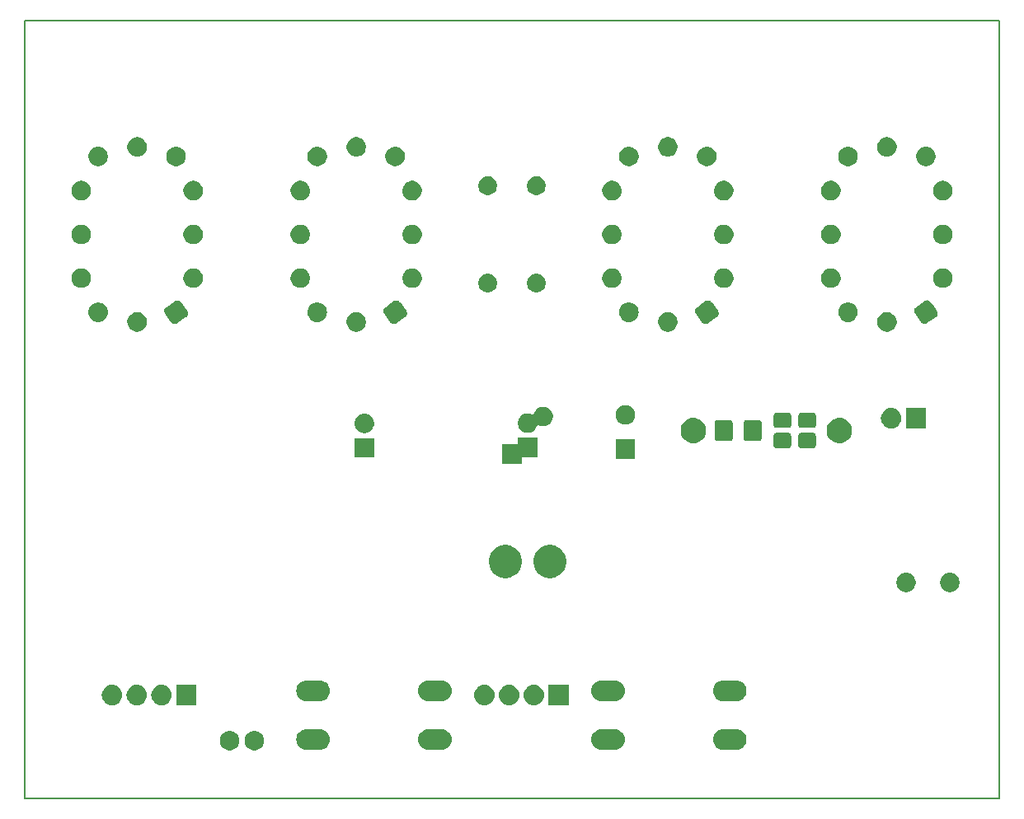
<source format=gbr>
%TF.GenerationSoftware,KiCad,Pcbnew,(5.1.2-1)-1*%
%TF.CreationDate,2019-05-03T14:38:19+02:00*%
%TF.ProjectId,funknetzwerkuhr,66756e6b-6e65-4747-9a77-65726b756872,rev?*%
%TF.SameCoordinates,Original*%
%TF.FileFunction,Soldermask,Bot*%
%TF.FilePolarity,Negative*%
%FSLAX46Y46*%
G04 Gerber Fmt 4.6, Leading zero omitted, Abs format (unit mm)*
G04 Created by KiCad (PCBNEW (5.1.2-1)-1) date 2019-05-03 14:38:19*
%MOMM*%
%LPD*%
G04 APERTURE LIST*
%ADD10C,0.150000*%
G04 APERTURE END LIST*
D10*
X150000000Y-55000000D02*
X150000000Y-135000000D01*
X150000000Y-55000000D02*
X50000000Y-55000000D01*
X50000000Y-135000000D02*
X50000000Y-55000000D01*
X150000000Y-135000000D02*
X50000000Y-135000000D01*
G36*
X73760290Y-128057619D02*
G01*
X73824689Y-128070429D01*
X74006678Y-128145811D01*
X74170463Y-128255249D01*
X74309751Y-128394537D01*
X74419189Y-128558322D01*
X74494571Y-128740311D01*
X74494571Y-128740312D01*
X74527330Y-128905000D01*
X74533000Y-128933509D01*
X74533000Y-129130491D01*
X74494571Y-129323689D01*
X74419189Y-129505678D01*
X74309751Y-129669463D01*
X74170463Y-129808751D01*
X74006678Y-129918189D01*
X73824689Y-129993571D01*
X73760290Y-130006381D01*
X73631493Y-130032000D01*
X73434507Y-130032000D01*
X73305710Y-130006381D01*
X73241311Y-129993571D01*
X73059322Y-129918189D01*
X72895537Y-129808751D01*
X72756249Y-129669463D01*
X72646811Y-129505678D01*
X72571429Y-129323689D01*
X72533000Y-129130491D01*
X72533000Y-128933509D01*
X72538671Y-128905000D01*
X72571429Y-128740312D01*
X72571429Y-128740311D01*
X72646811Y-128558322D01*
X72756249Y-128394537D01*
X72895537Y-128255249D01*
X73059322Y-128145811D01*
X73241311Y-128070429D01*
X73305710Y-128057619D01*
X73434507Y-128032000D01*
X73631493Y-128032000D01*
X73760290Y-128057619D01*
X73760290Y-128057619D01*
G37*
G36*
X71220290Y-128057619D02*
G01*
X71284689Y-128070429D01*
X71466678Y-128145811D01*
X71630463Y-128255249D01*
X71769751Y-128394537D01*
X71879189Y-128558322D01*
X71954571Y-128740311D01*
X71954571Y-128740312D01*
X71987330Y-128905000D01*
X71993000Y-128933509D01*
X71993000Y-129130491D01*
X71954571Y-129323689D01*
X71879189Y-129505678D01*
X71769751Y-129669463D01*
X71630463Y-129808751D01*
X71466678Y-129918189D01*
X71284689Y-129993571D01*
X71220290Y-130006381D01*
X71091493Y-130032000D01*
X70894507Y-130032000D01*
X70765710Y-130006381D01*
X70701311Y-129993571D01*
X70519322Y-129918189D01*
X70355537Y-129808751D01*
X70216249Y-129669463D01*
X70106811Y-129505678D01*
X70031429Y-129323689D01*
X69993000Y-129130491D01*
X69993000Y-128933509D01*
X69998671Y-128905000D01*
X70031429Y-128740312D01*
X70031429Y-128740311D01*
X70106811Y-128558322D01*
X70216249Y-128394537D01*
X70355537Y-128255249D01*
X70519322Y-128145811D01*
X70701311Y-128070429D01*
X70765710Y-128057619D01*
X70894507Y-128032000D01*
X71091493Y-128032000D01*
X71220290Y-128057619D01*
X71220290Y-128057619D01*
G37*
G36*
X123223900Y-127856789D02*
G01*
X123424394Y-127917608D01*
X123609159Y-128016367D01*
X123609162Y-128016369D01*
X123609163Y-128016370D01*
X123771118Y-128149282D01*
X123904030Y-128311237D01*
X123904033Y-128311241D01*
X124002792Y-128496006D01*
X124063611Y-128696500D01*
X124084146Y-128905000D01*
X124063611Y-129113500D01*
X124002792Y-129313994D01*
X123904033Y-129498759D01*
X123904031Y-129498762D01*
X123904030Y-129498763D01*
X123771118Y-129660718D01*
X123609163Y-129793630D01*
X123609159Y-129793633D01*
X123424394Y-129892392D01*
X123223900Y-129953211D01*
X123067651Y-129968600D01*
X121642349Y-129968600D01*
X121486100Y-129953211D01*
X121285606Y-129892392D01*
X121100841Y-129793633D01*
X121100837Y-129793630D01*
X120938882Y-129660718D01*
X120805970Y-129498763D01*
X120805969Y-129498762D01*
X120805967Y-129498759D01*
X120707208Y-129313994D01*
X120646389Y-129113500D01*
X120625854Y-128905000D01*
X120646389Y-128696500D01*
X120707208Y-128496006D01*
X120805967Y-128311241D01*
X120805970Y-128311237D01*
X120938882Y-128149282D01*
X121100837Y-128016370D01*
X121100838Y-128016369D01*
X121100841Y-128016367D01*
X121285606Y-127917608D01*
X121486100Y-127856789D01*
X121642349Y-127841400D01*
X123067651Y-127841400D01*
X123223900Y-127856789D01*
X123223900Y-127856789D01*
G37*
G36*
X110723900Y-127856789D02*
G01*
X110924394Y-127917608D01*
X111109159Y-128016367D01*
X111109162Y-128016369D01*
X111109163Y-128016370D01*
X111271118Y-128149282D01*
X111404030Y-128311237D01*
X111404033Y-128311241D01*
X111502792Y-128496006D01*
X111563611Y-128696500D01*
X111584146Y-128905000D01*
X111563611Y-129113500D01*
X111502792Y-129313994D01*
X111404033Y-129498759D01*
X111404031Y-129498762D01*
X111404030Y-129498763D01*
X111271118Y-129660718D01*
X111109163Y-129793630D01*
X111109159Y-129793633D01*
X110924394Y-129892392D01*
X110723900Y-129953211D01*
X110567651Y-129968600D01*
X109142349Y-129968600D01*
X108986100Y-129953211D01*
X108785606Y-129892392D01*
X108600841Y-129793633D01*
X108600837Y-129793630D01*
X108438882Y-129660718D01*
X108305970Y-129498763D01*
X108305969Y-129498762D01*
X108305967Y-129498759D01*
X108207208Y-129313994D01*
X108146389Y-129113500D01*
X108125854Y-128905000D01*
X108146389Y-128696500D01*
X108207208Y-128496006D01*
X108305967Y-128311241D01*
X108305970Y-128311237D01*
X108438882Y-128149282D01*
X108600837Y-128016370D01*
X108600838Y-128016369D01*
X108600841Y-128016367D01*
X108785606Y-127917608D01*
X108986100Y-127856789D01*
X109142349Y-127841400D01*
X110567651Y-127841400D01*
X110723900Y-127856789D01*
X110723900Y-127856789D01*
G37*
G36*
X92943900Y-127856789D02*
G01*
X93144394Y-127917608D01*
X93329159Y-128016367D01*
X93329162Y-128016369D01*
X93329163Y-128016370D01*
X93491118Y-128149282D01*
X93624030Y-128311237D01*
X93624033Y-128311241D01*
X93722792Y-128496006D01*
X93783611Y-128696500D01*
X93804146Y-128905000D01*
X93783611Y-129113500D01*
X93722792Y-129313994D01*
X93624033Y-129498759D01*
X93624031Y-129498762D01*
X93624030Y-129498763D01*
X93491118Y-129660718D01*
X93329163Y-129793630D01*
X93329159Y-129793633D01*
X93144394Y-129892392D01*
X92943900Y-129953211D01*
X92787651Y-129968600D01*
X91362349Y-129968600D01*
X91206100Y-129953211D01*
X91005606Y-129892392D01*
X90820841Y-129793633D01*
X90820837Y-129793630D01*
X90658882Y-129660718D01*
X90525970Y-129498763D01*
X90525969Y-129498762D01*
X90525967Y-129498759D01*
X90427208Y-129313994D01*
X90366389Y-129113500D01*
X90345854Y-128905000D01*
X90366389Y-128696500D01*
X90427208Y-128496006D01*
X90525967Y-128311241D01*
X90525970Y-128311237D01*
X90658882Y-128149282D01*
X90820837Y-128016370D01*
X90820838Y-128016369D01*
X90820841Y-128016367D01*
X91005606Y-127917608D01*
X91206100Y-127856789D01*
X91362349Y-127841400D01*
X92787651Y-127841400D01*
X92943900Y-127856789D01*
X92943900Y-127856789D01*
G37*
G36*
X80443900Y-127856789D02*
G01*
X80644394Y-127917608D01*
X80829159Y-128016367D01*
X80829162Y-128016369D01*
X80829163Y-128016370D01*
X80991118Y-128149282D01*
X81124030Y-128311237D01*
X81124033Y-128311241D01*
X81222792Y-128496006D01*
X81283611Y-128696500D01*
X81304146Y-128905000D01*
X81283611Y-129113500D01*
X81222792Y-129313994D01*
X81124033Y-129498759D01*
X81124031Y-129498762D01*
X81124030Y-129498763D01*
X80991118Y-129660718D01*
X80829163Y-129793630D01*
X80829159Y-129793633D01*
X80644394Y-129892392D01*
X80443900Y-129953211D01*
X80287651Y-129968600D01*
X78862349Y-129968600D01*
X78706100Y-129953211D01*
X78505606Y-129892392D01*
X78320841Y-129793633D01*
X78320837Y-129793630D01*
X78158882Y-129660718D01*
X78025970Y-129498763D01*
X78025969Y-129498762D01*
X78025967Y-129498759D01*
X77927208Y-129313994D01*
X77866389Y-129113500D01*
X77845854Y-128905000D01*
X77866389Y-128696500D01*
X77927208Y-128496006D01*
X78025967Y-128311241D01*
X78025970Y-128311237D01*
X78158882Y-128149282D01*
X78320837Y-128016370D01*
X78320838Y-128016369D01*
X78320841Y-128016367D01*
X78505606Y-127917608D01*
X78706100Y-127856789D01*
X78862349Y-127841400D01*
X80287651Y-127841400D01*
X80443900Y-127856789D01*
X80443900Y-127856789D01*
G37*
G36*
X61596707Y-123290596D02*
G01*
X61673836Y-123298193D01*
X61871762Y-123358233D01*
X61871765Y-123358234D01*
X62054170Y-123455732D01*
X62214055Y-123586945D01*
X62345268Y-123746830D01*
X62442766Y-123929235D01*
X62442767Y-123929238D01*
X62502807Y-124127164D01*
X62523080Y-124333000D01*
X62502807Y-124538836D01*
X62442767Y-124736762D01*
X62442766Y-124736765D01*
X62345268Y-124919170D01*
X62214055Y-125079055D01*
X62054170Y-125210268D01*
X61871765Y-125307766D01*
X61871762Y-125307767D01*
X61673836Y-125367807D01*
X61596707Y-125375403D01*
X61519580Y-125383000D01*
X61416420Y-125383000D01*
X61339293Y-125375403D01*
X61262164Y-125367807D01*
X61064238Y-125307767D01*
X61064235Y-125307766D01*
X60881830Y-125210268D01*
X60721945Y-125079055D01*
X60590732Y-124919170D01*
X60493234Y-124736765D01*
X60493233Y-124736762D01*
X60433193Y-124538836D01*
X60412920Y-124333000D01*
X60433193Y-124127164D01*
X60493233Y-123929238D01*
X60493234Y-123929235D01*
X60590732Y-123746830D01*
X60721945Y-123586945D01*
X60881830Y-123455732D01*
X61064235Y-123358234D01*
X61064238Y-123358233D01*
X61262164Y-123298193D01*
X61339293Y-123290596D01*
X61416420Y-123283000D01*
X61519580Y-123283000D01*
X61596707Y-123290596D01*
X61596707Y-123290596D01*
G37*
G36*
X59056707Y-123290596D02*
G01*
X59133836Y-123298193D01*
X59331762Y-123358233D01*
X59331765Y-123358234D01*
X59514170Y-123455732D01*
X59674055Y-123586945D01*
X59805268Y-123746830D01*
X59902766Y-123929235D01*
X59902767Y-123929238D01*
X59962807Y-124127164D01*
X59983080Y-124333000D01*
X59962807Y-124538836D01*
X59902767Y-124736762D01*
X59902766Y-124736765D01*
X59805268Y-124919170D01*
X59674055Y-125079055D01*
X59514170Y-125210268D01*
X59331765Y-125307766D01*
X59331762Y-125307767D01*
X59133836Y-125367807D01*
X59056707Y-125375403D01*
X58979580Y-125383000D01*
X58876420Y-125383000D01*
X58799293Y-125375403D01*
X58722164Y-125367807D01*
X58524238Y-125307767D01*
X58524235Y-125307766D01*
X58341830Y-125210268D01*
X58181945Y-125079055D01*
X58050732Y-124919170D01*
X57953234Y-124736765D01*
X57953233Y-124736762D01*
X57893193Y-124538836D01*
X57872920Y-124333000D01*
X57893193Y-124127164D01*
X57953233Y-123929238D01*
X57953234Y-123929235D01*
X58050732Y-123746830D01*
X58181945Y-123586945D01*
X58341830Y-123455732D01*
X58524235Y-123358234D01*
X58524238Y-123358233D01*
X58722164Y-123298193D01*
X58799293Y-123290596D01*
X58876420Y-123283000D01*
X58979580Y-123283000D01*
X59056707Y-123290596D01*
X59056707Y-123290596D01*
G37*
G36*
X64136707Y-123290596D02*
G01*
X64213836Y-123298193D01*
X64411762Y-123358233D01*
X64411765Y-123358234D01*
X64594170Y-123455732D01*
X64754055Y-123586945D01*
X64885268Y-123746830D01*
X64982766Y-123929235D01*
X64982767Y-123929238D01*
X65042807Y-124127164D01*
X65063080Y-124333000D01*
X65042807Y-124538836D01*
X64982767Y-124736762D01*
X64982766Y-124736765D01*
X64885268Y-124919170D01*
X64754055Y-125079055D01*
X64594170Y-125210268D01*
X64411765Y-125307766D01*
X64411762Y-125307767D01*
X64213836Y-125367807D01*
X64136707Y-125375403D01*
X64059580Y-125383000D01*
X63956420Y-125383000D01*
X63879293Y-125375403D01*
X63802164Y-125367807D01*
X63604238Y-125307767D01*
X63604235Y-125307766D01*
X63421830Y-125210268D01*
X63261945Y-125079055D01*
X63130732Y-124919170D01*
X63033234Y-124736765D01*
X63033233Y-124736762D01*
X62973193Y-124538836D01*
X62952920Y-124333000D01*
X62973193Y-124127164D01*
X63033233Y-123929238D01*
X63033234Y-123929235D01*
X63130732Y-123746830D01*
X63261945Y-123586945D01*
X63421830Y-123455732D01*
X63604235Y-123358234D01*
X63604238Y-123358233D01*
X63802164Y-123298193D01*
X63879293Y-123290596D01*
X63956420Y-123283000D01*
X64059580Y-123283000D01*
X64136707Y-123290596D01*
X64136707Y-123290596D01*
G37*
G36*
X67598000Y-125383000D02*
G01*
X65498000Y-125383000D01*
X65498000Y-123283000D01*
X67598000Y-123283000D01*
X67598000Y-125383000D01*
X67598000Y-125383000D01*
G37*
G36*
X97283707Y-123290596D02*
G01*
X97360836Y-123298193D01*
X97558762Y-123358233D01*
X97558765Y-123358234D01*
X97741170Y-123455732D01*
X97901055Y-123586945D01*
X98032268Y-123746830D01*
X98129766Y-123929235D01*
X98129767Y-123929238D01*
X98189807Y-124127164D01*
X98210080Y-124333000D01*
X98189807Y-124538836D01*
X98129767Y-124736762D01*
X98129766Y-124736765D01*
X98032268Y-124919170D01*
X97901055Y-125079055D01*
X97741170Y-125210268D01*
X97558765Y-125307766D01*
X97558762Y-125307767D01*
X97360836Y-125367807D01*
X97283707Y-125375403D01*
X97206580Y-125383000D01*
X97103420Y-125383000D01*
X97026293Y-125375403D01*
X96949164Y-125367807D01*
X96751238Y-125307767D01*
X96751235Y-125307766D01*
X96568830Y-125210268D01*
X96408945Y-125079055D01*
X96277732Y-124919170D01*
X96180234Y-124736765D01*
X96180233Y-124736762D01*
X96120193Y-124538836D01*
X96099920Y-124333000D01*
X96120193Y-124127164D01*
X96180233Y-123929238D01*
X96180234Y-123929235D01*
X96277732Y-123746830D01*
X96408945Y-123586945D01*
X96568830Y-123455732D01*
X96751235Y-123358234D01*
X96751238Y-123358233D01*
X96949164Y-123298193D01*
X97026293Y-123290596D01*
X97103420Y-123283000D01*
X97206580Y-123283000D01*
X97283707Y-123290596D01*
X97283707Y-123290596D01*
G37*
G36*
X99823707Y-123290596D02*
G01*
X99900836Y-123298193D01*
X100098762Y-123358233D01*
X100098765Y-123358234D01*
X100281170Y-123455732D01*
X100441055Y-123586945D01*
X100572268Y-123746830D01*
X100669766Y-123929235D01*
X100669767Y-123929238D01*
X100729807Y-124127164D01*
X100750080Y-124333000D01*
X100729807Y-124538836D01*
X100669767Y-124736762D01*
X100669766Y-124736765D01*
X100572268Y-124919170D01*
X100441055Y-125079055D01*
X100281170Y-125210268D01*
X100098765Y-125307766D01*
X100098762Y-125307767D01*
X99900836Y-125367807D01*
X99823707Y-125375403D01*
X99746580Y-125383000D01*
X99643420Y-125383000D01*
X99566293Y-125375403D01*
X99489164Y-125367807D01*
X99291238Y-125307767D01*
X99291235Y-125307766D01*
X99108830Y-125210268D01*
X98948945Y-125079055D01*
X98817732Y-124919170D01*
X98720234Y-124736765D01*
X98720233Y-124736762D01*
X98660193Y-124538836D01*
X98639920Y-124333000D01*
X98660193Y-124127164D01*
X98720233Y-123929238D01*
X98720234Y-123929235D01*
X98817732Y-123746830D01*
X98948945Y-123586945D01*
X99108830Y-123455732D01*
X99291235Y-123358234D01*
X99291238Y-123358233D01*
X99489164Y-123298193D01*
X99566293Y-123290596D01*
X99643420Y-123283000D01*
X99746580Y-123283000D01*
X99823707Y-123290596D01*
X99823707Y-123290596D01*
G37*
G36*
X102363707Y-123290596D02*
G01*
X102440836Y-123298193D01*
X102638762Y-123358233D01*
X102638765Y-123358234D01*
X102821170Y-123455732D01*
X102981055Y-123586945D01*
X103112268Y-123746830D01*
X103209766Y-123929235D01*
X103209767Y-123929238D01*
X103269807Y-124127164D01*
X103290080Y-124333000D01*
X103269807Y-124538836D01*
X103209767Y-124736762D01*
X103209766Y-124736765D01*
X103112268Y-124919170D01*
X102981055Y-125079055D01*
X102821170Y-125210268D01*
X102638765Y-125307766D01*
X102638762Y-125307767D01*
X102440836Y-125367807D01*
X102363707Y-125375403D01*
X102286580Y-125383000D01*
X102183420Y-125383000D01*
X102106293Y-125375403D01*
X102029164Y-125367807D01*
X101831238Y-125307767D01*
X101831235Y-125307766D01*
X101648830Y-125210268D01*
X101488945Y-125079055D01*
X101357732Y-124919170D01*
X101260234Y-124736765D01*
X101260233Y-124736762D01*
X101200193Y-124538836D01*
X101179920Y-124333000D01*
X101200193Y-124127164D01*
X101260233Y-123929238D01*
X101260234Y-123929235D01*
X101357732Y-123746830D01*
X101488945Y-123586945D01*
X101648830Y-123455732D01*
X101831235Y-123358234D01*
X101831238Y-123358233D01*
X102029164Y-123298193D01*
X102106293Y-123290596D01*
X102183420Y-123283000D01*
X102286580Y-123283000D01*
X102363707Y-123290596D01*
X102363707Y-123290596D01*
G37*
G36*
X105825000Y-125383000D02*
G01*
X103725000Y-125383000D01*
X103725000Y-123283000D01*
X105825000Y-123283000D01*
X105825000Y-125383000D01*
X105825000Y-125383000D01*
G37*
G36*
X110723900Y-122856789D02*
G01*
X110924394Y-122917608D01*
X111109159Y-123016367D01*
X111109162Y-123016369D01*
X111109163Y-123016370D01*
X111271118Y-123149282D01*
X111393325Y-123298193D01*
X111404033Y-123311241D01*
X111502792Y-123496006D01*
X111563611Y-123696500D01*
X111584146Y-123905000D01*
X111563611Y-124113500D01*
X111502792Y-124313994D01*
X111404033Y-124498759D01*
X111404031Y-124498762D01*
X111404030Y-124498763D01*
X111271118Y-124660718D01*
X111109163Y-124793630D01*
X111109159Y-124793633D01*
X110924394Y-124892392D01*
X110723900Y-124953211D01*
X110567651Y-124968600D01*
X109142349Y-124968600D01*
X108986100Y-124953211D01*
X108785606Y-124892392D01*
X108600841Y-124793633D01*
X108600837Y-124793630D01*
X108438882Y-124660718D01*
X108305970Y-124498763D01*
X108305969Y-124498762D01*
X108305967Y-124498759D01*
X108207208Y-124313994D01*
X108146389Y-124113500D01*
X108125854Y-123905000D01*
X108146389Y-123696500D01*
X108207208Y-123496006D01*
X108305967Y-123311241D01*
X108316675Y-123298193D01*
X108438882Y-123149282D01*
X108600837Y-123016370D01*
X108600838Y-123016369D01*
X108600841Y-123016367D01*
X108785606Y-122917608D01*
X108986100Y-122856789D01*
X109142349Y-122841400D01*
X110567651Y-122841400D01*
X110723900Y-122856789D01*
X110723900Y-122856789D01*
G37*
G36*
X123223900Y-122856789D02*
G01*
X123424394Y-122917608D01*
X123609159Y-123016367D01*
X123609162Y-123016369D01*
X123609163Y-123016370D01*
X123771118Y-123149282D01*
X123893325Y-123298193D01*
X123904033Y-123311241D01*
X124002792Y-123496006D01*
X124063611Y-123696500D01*
X124084146Y-123905000D01*
X124063611Y-124113500D01*
X124002792Y-124313994D01*
X123904033Y-124498759D01*
X123904031Y-124498762D01*
X123904030Y-124498763D01*
X123771118Y-124660718D01*
X123609163Y-124793630D01*
X123609159Y-124793633D01*
X123424394Y-124892392D01*
X123223900Y-124953211D01*
X123067651Y-124968600D01*
X121642349Y-124968600D01*
X121486100Y-124953211D01*
X121285606Y-124892392D01*
X121100841Y-124793633D01*
X121100837Y-124793630D01*
X120938882Y-124660718D01*
X120805970Y-124498763D01*
X120805969Y-124498762D01*
X120805967Y-124498759D01*
X120707208Y-124313994D01*
X120646389Y-124113500D01*
X120625854Y-123905000D01*
X120646389Y-123696500D01*
X120707208Y-123496006D01*
X120805967Y-123311241D01*
X120816675Y-123298193D01*
X120938882Y-123149282D01*
X121100837Y-123016370D01*
X121100838Y-123016369D01*
X121100841Y-123016367D01*
X121285606Y-122917608D01*
X121486100Y-122856789D01*
X121642349Y-122841400D01*
X123067651Y-122841400D01*
X123223900Y-122856789D01*
X123223900Y-122856789D01*
G37*
G36*
X92943900Y-122856789D02*
G01*
X93144394Y-122917608D01*
X93329159Y-123016367D01*
X93329162Y-123016369D01*
X93329163Y-123016370D01*
X93491118Y-123149282D01*
X93613325Y-123298193D01*
X93624033Y-123311241D01*
X93722792Y-123496006D01*
X93783611Y-123696500D01*
X93804146Y-123905000D01*
X93783611Y-124113500D01*
X93722792Y-124313994D01*
X93624033Y-124498759D01*
X93624031Y-124498762D01*
X93624030Y-124498763D01*
X93491118Y-124660718D01*
X93329163Y-124793630D01*
X93329159Y-124793633D01*
X93144394Y-124892392D01*
X92943900Y-124953211D01*
X92787651Y-124968600D01*
X91362349Y-124968600D01*
X91206100Y-124953211D01*
X91005606Y-124892392D01*
X90820841Y-124793633D01*
X90820837Y-124793630D01*
X90658882Y-124660718D01*
X90525970Y-124498763D01*
X90525969Y-124498762D01*
X90525967Y-124498759D01*
X90427208Y-124313994D01*
X90366389Y-124113500D01*
X90345854Y-123905000D01*
X90366389Y-123696500D01*
X90427208Y-123496006D01*
X90525967Y-123311241D01*
X90536675Y-123298193D01*
X90658882Y-123149282D01*
X90820837Y-123016370D01*
X90820838Y-123016369D01*
X90820841Y-123016367D01*
X91005606Y-122917608D01*
X91206100Y-122856789D01*
X91362349Y-122841400D01*
X92787651Y-122841400D01*
X92943900Y-122856789D01*
X92943900Y-122856789D01*
G37*
G36*
X80443900Y-122856789D02*
G01*
X80644394Y-122917608D01*
X80829159Y-123016367D01*
X80829162Y-123016369D01*
X80829163Y-123016370D01*
X80991118Y-123149282D01*
X81113325Y-123298193D01*
X81124033Y-123311241D01*
X81222792Y-123496006D01*
X81283611Y-123696500D01*
X81304146Y-123905000D01*
X81283611Y-124113500D01*
X81222792Y-124313994D01*
X81124033Y-124498759D01*
X81124031Y-124498762D01*
X81124030Y-124498763D01*
X80991118Y-124660718D01*
X80829163Y-124793630D01*
X80829159Y-124793633D01*
X80644394Y-124892392D01*
X80443900Y-124953211D01*
X80287651Y-124968600D01*
X78862349Y-124968600D01*
X78706100Y-124953211D01*
X78505606Y-124892392D01*
X78320841Y-124793633D01*
X78320837Y-124793630D01*
X78158882Y-124660718D01*
X78025970Y-124498763D01*
X78025969Y-124498762D01*
X78025967Y-124498759D01*
X77927208Y-124313994D01*
X77866389Y-124113500D01*
X77845854Y-123905000D01*
X77866389Y-123696500D01*
X77927208Y-123496006D01*
X78025967Y-123311241D01*
X78036675Y-123298193D01*
X78158882Y-123149282D01*
X78320837Y-123016370D01*
X78320838Y-123016369D01*
X78320841Y-123016367D01*
X78505606Y-122917608D01*
X78706100Y-122856789D01*
X78862349Y-122841400D01*
X80287651Y-122841400D01*
X80443900Y-122856789D01*
X80443900Y-122856789D01*
G37*
G36*
X140689290Y-111801619D02*
G01*
X140753689Y-111814429D01*
X140935678Y-111889811D01*
X141099463Y-111999249D01*
X141238751Y-112138537D01*
X141348189Y-112302322D01*
X141423571Y-112484311D01*
X141462000Y-112677509D01*
X141462000Y-112874491D01*
X141423571Y-113067689D01*
X141348189Y-113249678D01*
X141238751Y-113413463D01*
X141099463Y-113552751D01*
X140935678Y-113662189D01*
X140753689Y-113737571D01*
X140689290Y-113750381D01*
X140560493Y-113776000D01*
X140363507Y-113776000D01*
X140234710Y-113750381D01*
X140170311Y-113737571D01*
X139988322Y-113662189D01*
X139824537Y-113552751D01*
X139685249Y-113413463D01*
X139575811Y-113249678D01*
X139500429Y-113067689D01*
X139462000Y-112874491D01*
X139462000Y-112677509D01*
X139500429Y-112484311D01*
X139575811Y-112302322D01*
X139685249Y-112138537D01*
X139824537Y-111999249D01*
X139988322Y-111889811D01*
X140170311Y-111814429D01*
X140234710Y-111801619D01*
X140363507Y-111776000D01*
X140560493Y-111776000D01*
X140689290Y-111801619D01*
X140689290Y-111801619D01*
G37*
G36*
X145189290Y-111801619D02*
G01*
X145253689Y-111814429D01*
X145435678Y-111889811D01*
X145599463Y-111999249D01*
X145738751Y-112138537D01*
X145848189Y-112302322D01*
X145923571Y-112484311D01*
X145962000Y-112677509D01*
X145962000Y-112874491D01*
X145923571Y-113067689D01*
X145848189Y-113249678D01*
X145738751Y-113413463D01*
X145599463Y-113552751D01*
X145435678Y-113662189D01*
X145253689Y-113737571D01*
X145189290Y-113750381D01*
X145060493Y-113776000D01*
X144863507Y-113776000D01*
X144734710Y-113750381D01*
X144670311Y-113737571D01*
X144488322Y-113662189D01*
X144324537Y-113552751D01*
X144185249Y-113413463D01*
X144075811Y-113249678D01*
X144000429Y-113067689D01*
X143962000Y-112874491D01*
X143962000Y-112677509D01*
X144000429Y-112484311D01*
X144075811Y-112302322D01*
X144185249Y-112138537D01*
X144324537Y-111999249D01*
X144488322Y-111889811D01*
X144670311Y-111814429D01*
X144734710Y-111801619D01*
X144863507Y-111776000D01*
X145060493Y-111776000D01*
X145189290Y-111801619D01*
X145189290Y-111801619D01*
G37*
G36*
X104215654Y-108949665D02*
G01*
X104379872Y-108982330D01*
X104689252Y-109110479D01*
X104967687Y-109296523D01*
X105204477Y-109533313D01*
X105390521Y-109811748D01*
X105518670Y-110121128D01*
X105584000Y-110449565D01*
X105584000Y-110784435D01*
X105518670Y-111112872D01*
X105390521Y-111422252D01*
X105204477Y-111700687D01*
X104967687Y-111937477D01*
X104689252Y-112123521D01*
X104379872Y-112251670D01*
X104215653Y-112284335D01*
X104051437Y-112317000D01*
X103716563Y-112317000D01*
X103552347Y-112284335D01*
X103388128Y-112251670D01*
X103078748Y-112123521D01*
X102800313Y-111937477D01*
X102563523Y-111700687D01*
X102377479Y-111422252D01*
X102249330Y-111112872D01*
X102184000Y-110784435D01*
X102184000Y-110449565D01*
X102249330Y-110121128D01*
X102377479Y-109811748D01*
X102563523Y-109533313D01*
X102800313Y-109296523D01*
X103078748Y-109110479D01*
X103388128Y-108982330D01*
X103552346Y-108949665D01*
X103716563Y-108917000D01*
X104051437Y-108917000D01*
X104215654Y-108949665D01*
X104215654Y-108949665D01*
G37*
G36*
X99645654Y-108949665D02*
G01*
X99809872Y-108982330D01*
X100119252Y-109110479D01*
X100397687Y-109296523D01*
X100634477Y-109533313D01*
X100820521Y-109811748D01*
X100948670Y-110121128D01*
X101014000Y-110449565D01*
X101014000Y-110784435D01*
X100948670Y-111112872D01*
X100820521Y-111422252D01*
X100634477Y-111700687D01*
X100397687Y-111937477D01*
X100119252Y-112123521D01*
X99809872Y-112251670D01*
X99645653Y-112284335D01*
X99481437Y-112317000D01*
X99146563Y-112317000D01*
X98982347Y-112284335D01*
X98818128Y-112251670D01*
X98508748Y-112123521D01*
X98230313Y-111937477D01*
X97993523Y-111700687D01*
X97807479Y-111422252D01*
X97679330Y-111112872D01*
X97614000Y-110784435D01*
X97614000Y-110449565D01*
X97679330Y-110121128D01*
X97807479Y-109811748D01*
X97993523Y-109533313D01*
X98230313Y-109296523D01*
X98508748Y-109110479D01*
X98818128Y-108982330D01*
X98982346Y-108949665D01*
X99146563Y-108917000D01*
X99481437Y-108917000D01*
X99645654Y-108949665D01*
X99645654Y-108949665D01*
G37*
G36*
X102600000Y-99893000D02*
G01*
X101124999Y-99893000D01*
X101100613Y-99895402D01*
X101077164Y-99902515D01*
X101055553Y-99914066D01*
X101036611Y-99929611D01*
X101021066Y-99948553D01*
X101009515Y-99970164D01*
X101002402Y-99993613D01*
X101000000Y-100017999D01*
X101000000Y-100563937D01*
X99000000Y-100563937D01*
X99000000Y-98563937D01*
X100475001Y-98563937D01*
X100499387Y-98561535D01*
X100522836Y-98554422D01*
X100544447Y-98542871D01*
X100563389Y-98527326D01*
X100578934Y-98508384D01*
X100590485Y-98486773D01*
X100597598Y-98463324D01*
X100600000Y-98438938D01*
X100600000Y-97893000D01*
X102600000Y-97893000D01*
X102600000Y-99893000D01*
X102600000Y-99893000D01*
G37*
G36*
X112633000Y-100060000D02*
G01*
X110633000Y-100060000D01*
X110633000Y-98060000D01*
X112633000Y-98060000D01*
X112633000Y-100060000D01*
X112633000Y-100060000D01*
G37*
G36*
X85836000Y-99933000D02*
G01*
X83836000Y-99933000D01*
X83836000Y-97933000D01*
X85836000Y-97933000D01*
X85836000Y-99933000D01*
X85836000Y-99933000D01*
G37*
G36*
X128447529Y-97401710D02*
G01*
X128497378Y-97416831D01*
X128543310Y-97441382D01*
X128583574Y-97474426D01*
X128616618Y-97514690D01*
X128641169Y-97560622D01*
X128656290Y-97610471D01*
X128662000Y-97668444D01*
X128662000Y-98673556D01*
X128656290Y-98731529D01*
X128641169Y-98781378D01*
X128616618Y-98827310D01*
X128583574Y-98867574D01*
X128543310Y-98900618D01*
X128497378Y-98925169D01*
X128447529Y-98940290D01*
X128389556Y-98946000D01*
X127134444Y-98946000D01*
X127076471Y-98940290D01*
X127026622Y-98925169D01*
X126980690Y-98900618D01*
X126940426Y-98867574D01*
X126907382Y-98827310D01*
X126882831Y-98781378D01*
X126867710Y-98731529D01*
X126862000Y-98673556D01*
X126862000Y-97668444D01*
X126867710Y-97610471D01*
X126882831Y-97560622D01*
X126907382Y-97514690D01*
X126940426Y-97474426D01*
X126980690Y-97441382D01*
X127026622Y-97416831D01*
X127076471Y-97401710D01*
X127134444Y-97396000D01*
X128389556Y-97396000D01*
X128447529Y-97401710D01*
X128447529Y-97401710D01*
G37*
G36*
X130987529Y-97401710D02*
G01*
X131037378Y-97416831D01*
X131083310Y-97441382D01*
X131123574Y-97474426D01*
X131156618Y-97514690D01*
X131181169Y-97560622D01*
X131196290Y-97610471D01*
X131202000Y-97668444D01*
X131202000Y-98673556D01*
X131196290Y-98731529D01*
X131181169Y-98781378D01*
X131156618Y-98827310D01*
X131123574Y-98867574D01*
X131083310Y-98900618D01*
X131037378Y-98925169D01*
X130987529Y-98940290D01*
X130929556Y-98946000D01*
X129674444Y-98946000D01*
X129616471Y-98940290D01*
X129566622Y-98925169D01*
X129520690Y-98900618D01*
X129480426Y-98867574D01*
X129447382Y-98827310D01*
X129422831Y-98781378D01*
X129407710Y-98731529D01*
X129402000Y-98673556D01*
X129402000Y-97668444D01*
X129407710Y-97610471D01*
X129422831Y-97560622D01*
X129447382Y-97514690D01*
X129480426Y-97474426D01*
X129520690Y-97441382D01*
X129566622Y-97416831D01*
X129616471Y-97401710D01*
X129674444Y-97396000D01*
X130929556Y-97396000D01*
X130987529Y-97401710D01*
X130987529Y-97401710D01*
G37*
G36*
X118871617Y-95879979D02*
G01*
X118997196Y-95904958D01*
X119233781Y-96002955D01*
X119446702Y-96145224D01*
X119627776Y-96326298D01*
X119770045Y-96539219D01*
X119868042Y-96775804D01*
X119880655Y-96839213D01*
X119918000Y-97026960D01*
X119918000Y-97283040D01*
X119895815Y-97394571D01*
X119868042Y-97534196D01*
X119770045Y-97770781D01*
X119627776Y-97983702D01*
X119446702Y-98164776D01*
X119233781Y-98307045D01*
X118997196Y-98405042D01*
X118871617Y-98430021D01*
X118746040Y-98455000D01*
X118489960Y-98455000D01*
X118238804Y-98405042D01*
X118002219Y-98307045D01*
X117789298Y-98164776D01*
X117608224Y-97983702D01*
X117465955Y-97770781D01*
X117367958Y-97534196D01*
X117340185Y-97394571D01*
X117318000Y-97283040D01*
X117318000Y-97026960D01*
X117355345Y-96839213D01*
X117367958Y-96775804D01*
X117465955Y-96539219D01*
X117608224Y-96326298D01*
X117789298Y-96145224D01*
X118002219Y-96002955D01*
X118238804Y-95904958D01*
X118364383Y-95879979D01*
X118489960Y-95855000D01*
X118746040Y-95855000D01*
X118871617Y-95879979D01*
X118871617Y-95879979D01*
G37*
G36*
X133871617Y-95879979D02*
G01*
X133997196Y-95904958D01*
X134233781Y-96002955D01*
X134446702Y-96145224D01*
X134627776Y-96326298D01*
X134770045Y-96539219D01*
X134868042Y-96775804D01*
X134880655Y-96839213D01*
X134918000Y-97026960D01*
X134918000Y-97283040D01*
X134895815Y-97394571D01*
X134868042Y-97534196D01*
X134770045Y-97770781D01*
X134627776Y-97983702D01*
X134446702Y-98164776D01*
X134233781Y-98307045D01*
X133997196Y-98405042D01*
X133871617Y-98430021D01*
X133746040Y-98455000D01*
X133489960Y-98455000D01*
X133238804Y-98405042D01*
X133002219Y-98307045D01*
X132789298Y-98164776D01*
X132608224Y-97983702D01*
X132465955Y-97770781D01*
X132367958Y-97534196D01*
X132340185Y-97394571D01*
X132318000Y-97283040D01*
X132318000Y-97026960D01*
X132355345Y-96839213D01*
X132367958Y-96775804D01*
X132465955Y-96539219D01*
X132608224Y-96326298D01*
X132789298Y-96145224D01*
X133002219Y-96002955D01*
X133238804Y-95904958D01*
X133364383Y-95879979D01*
X133489960Y-95855000D01*
X133746040Y-95855000D01*
X133871617Y-95879979D01*
X133871617Y-95879979D01*
G37*
G36*
X125433981Y-96085186D02*
G01*
X125478705Y-96098754D01*
X125519930Y-96120789D01*
X125556061Y-96150439D01*
X125585711Y-96186570D01*
X125607746Y-96227795D01*
X125621314Y-96272519D01*
X125626500Y-96325176D01*
X125626500Y-97984824D01*
X125621314Y-98037481D01*
X125607746Y-98082205D01*
X125585711Y-98123430D01*
X125556061Y-98159561D01*
X125519930Y-98189211D01*
X125478705Y-98211246D01*
X125433981Y-98224814D01*
X125381324Y-98230000D01*
X124046676Y-98230000D01*
X123994019Y-98224814D01*
X123949295Y-98211246D01*
X123908070Y-98189211D01*
X123871939Y-98159561D01*
X123842289Y-98123430D01*
X123820254Y-98082205D01*
X123806686Y-98037481D01*
X123801500Y-97984824D01*
X123801500Y-96325176D01*
X123806686Y-96272519D01*
X123820254Y-96227795D01*
X123842289Y-96186570D01*
X123871939Y-96150439D01*
X123908070Y-96120789D01*
X123949295Y-96098754D01*
X123994019Y-96085186D01*
X124046676Y-96080000D01*
X125381324Y-96080000D01*
X125433981Y-96085186D01*
X125433981Y-96085186D01*
G37*
G36*
X122458981Y-96085186D02*
G01*
X122503705Y-96098754D01*
X122544930Y-96120789D01*
X122581061Y-96150439D01*
X122610711Y-96186570D01*
X122632746Y-96227795D01*
X122646314Y-96272519D01*
X122651500Y-96325176D01*
X122651500Y-97984824D01*
X122646314Y-98037481D01*
X122632746Y-98082205D01*
X122610711Y-98123430D01*
X122581061Y-98159561D01*
X122544930Y-98189211D01*
X122503705Y-98211246D01*
X122458981Y-98224814D01*
X122406324Y-98230000D01*
X121071676Y-98230000D01*
X121019019Y-98224814D01*
X120974295Y-98211246D01*
X120933070Y-98189211D01*
X120896939Y-98159561D01*
X120867289Y-98123430D01*
X120845254Y-98082205D01*
X120831686Y-98037481D01*
X120826500Y-97984824D01*
X120826500Y-96325176D01*
X120831686Y-96272519D01*
X120845254Y-96227795D01*
X120867289Y-96186570D01*
X120896939Y-96150439D01*
X120933070Y-96120789D01*
X120974295Y-96098754D01*
X121019019Y-96085186D01*
X121071676Y-96080000D01*
X122406324Y-96080000D01*
X122458981Y-96085186D01*
X122458981Y-96085186D01*
G37*
G36*
X85063290Y-95458619D02*
G01*
X85127689Y-95471429D01*
X85309678Y-95546811D01*
X85473463Y-95656249D01*
X85612751Y-95795537D01*
X85722189Y-95959322D01*
X85797571Y-96141311D01*
X85804029Y-96173777D01*
X85836000Y-96334507D01*
X85836000Y-96531493D01*
X85820576Y-96609032D01*
X85797571Y-96724689D01*
X85722189Y-96906678D01*
X85612751Y-97070463D01*
X85473463Y-97209751D01*
X85309678Y-97319189D01*
X85127689Y-97394571D01*
X85091798Y-97401710D01*
X84934493Y-97433000D01*
X84737507Y-97433000D01*
X84580202Y-97401710D01*
X84544311Y-97394571D01*
X84362322Y-97319189D01*
X84198537Y-97209751D01*
X84059249Y-97070463D01*
X83949811Y-96906678D01*
X83874429Y-96724689D01*
X83851424Y-96609032D01*
X83836000Y-96531493D01*
X83836000Y-96334507D01*
X83867971Y-96173777D01*
X83874429Y-96141311D01*
X83949811Y-95959322D01*
X84059249Y-95795537D01*
X84198537Y-95656249D01*
X84362322Y-95546811D01*
X84544311Y-95471429D01*
X84608710Y-95458619D01*
X84737507Y-95433000D01*
X84934493Y-95433000D01*
X85063290Y-95458619D01*
X85063290Y-95458619D01*
G37*
G36*
X103427290Y-94747682D02*
G01*
X103491689Y-94760492D01*
X103673678Y-94835874D01*
X103837463Y-94945312D01*
X103976751Y-95084600D01*
X104086189Y-95248385D01*
X104161571Y-95430374D01*
X104167764Y-95461507D01*
X104200000Y-95623570D01*
X104200000Y-95820556D01*
X104187181Y-95885000D01*
X104161571Y-96013752D01*
X104086189Y-96195741D01*
X103976751Y-96359526D01*
X103837463Y-96498814D01*
X103673678Y-96608252D01*
X103491689Y-96683634D01*
X103427290Y-96696444D01*
X103298493Y-96722063D01*
X103101507Y-96722063D01*
X102972710Y-96696444D01*
X102908311Y-96683634D01*
X102728200Y-96609030D01*
X102704758Y-96601919D01*
X102680372Y-96599517D01*
X102655986Y-96601919D01*
X102632537Y-96609032D01*
X102610926Y-96620583D01*
X102591984Y-96636128D01*
X102576439Y-96655070D01*
X102564888Y-96676681D01*
X102561571Y-96684688D01*
X102561571Y-96684689D01*
X102486189Y-96866678D01*
X102376751Y-97030463D01*
X102237463Y-97169751D01*
X102073678Y-97279189D01*
X101891689Y-97354571D01*
X101827290Y-97367381D01*
X101698493Y-97393000D01*
X101501507Y-97393000D01*
X101372710Y-97367381D01*
X101308311Y-97354571D01*
X101126322Y-97279189D01*
X100962537Y-97169751D01*
X100823249Y-97030463D01*
X100713811Y-96866678D01*
X100638429Y-96684689D01*
X100609494Y-96539221D01*
X100600000Y-96491493D01*
X100600000Y-96294507D01*
X100638429Y-96101312D01*
X100638429Y-96101311D01*
X100713811Y-95919322D01*
X100823249Y-95755537D01*
X100962537Y-95616249D01*
X101126322Y-95506811D01*
X101308311Y-95431429D01*
X101372710Y-95418619D01*
X101501507Y-95393000D01*
X101698493Y-95393000D01*
X101827290Y-95418619D01*
X101891689Y-95431429D01*
X102071800Y-95506033D01*
X102095242Y-95513144D01*
X102119628Y-95515546D01*
X102144014Y-95513144D01*
X102167463Y-95506031D01*
X102189074Y-95494480D01*
X102208016Y-95478935D01*
X102223561Y-95459993D01*
X102235112Y-95438382D01*
X102262754Y-95371649D01*
X102313811Y-95248385D01*
X102423249Y-95084600D01*
X102562537Y-94945312D01*
X102726322Y-94835874D01*
X102908311Y-94760492D01*
X102972710Y-94747682D01*
X103101507Y-94722063D01*
X103298493Y-94722063D01*
X103427290Y-94747682D01*
X103427290Y-94747682D01*
G37*
G36*
X139066707Y-94842596D02*
G01*
X139143836Y-94850193D01*
X139341762Y-94910233D01*
X139341765Y-94910234D01*
X139524170Y-95007732D01*
X139684055Y-95138945D01*
X139815268Y-95298830D01*
X139912766Y-95481235D01*
X139912767Y-95481238D01*
X139972807Y-95679164D01*
X139993080Y-95885000D01*
X139972807Y-96090836D01*
X139940462Y-96197463D01*
X139912766Y-96288765D01*
X139815268Y-96471170D01*
X139684055Y-96631055D01*
X139524170Y-96762268D01*
X139341765Y-96859766D01*
X139341762Y-96859767D01*
X139143836Y-96919807D01*
X139066707Y-96927404D01*
X138989580Y-96935000D01*
X138886420Y-96935000D01*
X138809293Y-96927403D01*
X138732164Y-96919807D01*
X138534238Y-96859767D01*
X138534235Y-96859766D01*
X138351830Y-96762268D01*
X138191945Y-96631055D01*
X138060732Y-96471170D01*
X137963234Y-96288765D01*
X137935538Y-96197463D01*
X137903193Y-96090836D01*
X137882920Y-95885000D01*
X137903193Y-95679164D01*
X137963233Y-95481238D01*
X137963234Y-95481235D01*
X138060732Y-95298830D01*
X138191945Y-95138945D01*
X138351830Y-95007732D01*
X138534235Y-94910234D01*
X138534238Y-94910233D01*
X138732164Y-94850193D01*
X138809293Y-94842597D01*
X138886420Y-94835000D01*
X138989580Y-94835000D01*
X139066707Y-94842596D01*
X139066707Y-94842596D01*
G37*
G36*
X142528000Y-96935000D02*
G01*
X140428000Y-96935000D01*
X140428000Y-94835000D01*
X142528000Y-94835000D01*
X142528000Y-96935000D01*
X142528000Y-96935000D01*
G37*
G36*
X130987529Y-95351710D02*
G01*
X131037378Y-95366831D01*
X131083310Y-95391382D01*
X131123574Y-95424426D01*
X131156618Y-95464690D01*
X131181169Y-95510622D01*
X131196290Y-95560471D01*
X131202000Y-95618444D01*
X131202000Y-96623556D01*
X131196290Y-96681529D01*
X131181169Y-96731378D01*
X131156618Y-96777310D01*
X131123574Y-96817574D01*
X131083310Y-96850618D01*
X131037378Y-96875169D01*
X130987529Y-96890290D01*
X130929556Y-96896000D01*
X129674444Y-96896000D01*
X129616471Y-96890290D01*
X129566622Y-96875169D01*
X129520690Y-96850618D01*
X129480426Y-96817574D01*
X129447382Y-96777310D01*
X129422831Y-96731378D01*
X129407710Y-96681529D01*
X129402000Y-96623556D01*
X129402000Y-95618444D01*
X129407710Y-95560471D01*
X129422831Y-95510622D01*
X129447382Y-95464690D01*
X129480426Y-95424426D01*
X129520690Y-95391382D01*
X129566622Y-95366831D01*
X129616471Y-95351710D01*
X129674444Y-95346000D01*
X130929556Y-95346000D01*
X130987529Y-95351710D01*
X130987529Y-95351710D01*
G37*
G36*
X128447529Y-95351710D02*
G01*
X128497378Y-95366831D01*
X128543310Y-95391382D01*
X128583574Y-95424426D01*
X128616618Y-95464690D01*
X128641169Y-95510622D01*
X128656290Y-95560471D01*
X128662000Y-95618444D01*
X128662000Y-96623556D01*
X128656290Y-96681529D01*
X128641169Y-96731378D01*
X128616618Y-96777310D01*
X128583574Y-96817574D01*
X128543310Y-96850618D01*
X128497378Y-96875169D01*
X128447529Y-96890290D01*
X128389556Y-96896000D01*
X127134444Y-96896000D01*
X127076471Y-96890290D01*
X127026622Y-96875169D01*
X126980690Y-96850618D01*
X126940426Y-96817574D01*
X126907382Y-96777310D01*
X126882831Y-96731378D01*
X126867710Y-96681529D01*
X126862000Y-96623556D01*
X126862000Y-95618444D01*
X126867710Y-95560471D01*
X126882831Y-95510622D01*
X126907382Y-95464690D01*
X126940426Y-95424426D01*
X126980690Y-95391382D01*
X127026622Y-95366831D01*
X127076471Y-95351710D01*
X127134444Y-95346000D01*
X128389556Y-95346000D01*
X128447529Y-95351710D01*
X128447529Y-95351710D01*
G37*
G36*
X111860290Y-94585619D02*
G01*
X111924689Y-94598429D01*
X112106678Y-94673811D01*
X112270463Y-94783249D01*
X112409751Y-94922537D01*
X112519189Y-95086322D01*
X112594571Y-95268311D01*
X112607381Y-95332710D01*
X112632699Y-95459993D01*
X112633000Y-95461509D01*
X112633000Y-95658491D01*
X112594571Y-95851689D01*
X112519189Y-96033678D01*
X112409751Y-96197463D01*
X112270463Y-96336751D01*
X112106678Y-96446189D01*
X111924689Y-96521571D01*
X111874817Y-96531491D01*
X111731493Y-96560000D01*
X111534507Y-96560000D01*
X111391183Y-96531491D01*
X111341311Y-96521571D01*
X111159322Y-96446189D01*
X110995537Y-96336751D01*
X110856249Y-96197463D01*
X110746811Y-96033678D01*
X110671429Y-95851689D01*
X110633000Y-95658491D01*
X110633000Y-95461509D01*
X110633302Y-95459993D01*
X110658619Y-95332710D01*
X110671429Y-95268311D01*
X110746811Y-95086322D01*
X110856249Y-94922537D01*
X110995537Y-94783249D01*
X111159322Y-94673811D01*
X111341311Y-94598429D01*
X111405710Y-94585619D01*
X111534507Y-94560000D01*
X111731493Y-94560000D01*
X111860290Y-94585619D01*
X111860290Y-94585619D01*
G37*
G36*
X138727290Y-85025619D02*
G01*
X138791689Y-85038429D01*
X138973678Y-85113811D01*
X139137463Y-85223249D01*
X139276751Y-85362537D01*
X139386189Y-85526322D01*
X139399417Y-85558258D01*
X139461571Y-85708312D01*
X139500000Y-85901507D01*
X139500000Y-86098493D01*
X139496108Y-86118060D01*
X139461571Y-86291689D01*
X139386189Y-86473678D01*
X139276751Y-86637463D01*
X139137463Y-86776751D01*
X138973678Y-86886189D01*
X138791689Y-86961571D01*
X138727290Y-86974381D01*
X138598493Y-87000000D01*
X138401507Y-87000000D01*
X138272710Y-86974381D01*
X138208311Y-86961571D01*
X138026322Y-86886189D01*
X137862537Y-86776751D01*
X137723249Y-86637463D01*
X137613811Y-86473678D01*
X137538429Y-86291689D01*
X137503892Y-86118060D01*
X137500000Y-86098493D01*
X137500000Y-85901507D01*
X137538429Y-85708312D01*
X137600583Y-85558258D01*
X137613811Y-85526322D01*
X137723249Y-85362537D01*
X137862537Y-85223249D01*
X138026322Y-85113811D01*
X138208311Y-85038429D01*
X138272710Y-85025619D01*
X138401507Y-85000000D01*
X138598493Y-85000000D01*
X138727290Y-85025619D01*
X138727290Y-85025619D01*
G37*
G36*
X116227290Y-85025619D02*
G01*
X116291689Y-85038429D01*
X116473678Y-85113811D01*
X116637463Y-85223249D01*
X116776751Y-85362537D01*
X116886189Y-85526322D01*
X116899417Y-85558258D01*
X116961571Y-85708312D01*
X117000000Y-85901507D01*
X117000000Y-86098493D01*
X116996108Y-86118060D01*
X116961571Y-86291689D01*
X116886189Y-86473678D01*
X116776751Y-86637463D01*
X116637463Y-86776751D01*
X116473678Y-86886189D01*
X116291689Y-86961571D01*
X116227290Y-86974381D01*
X116098493Y-87000000D01*
X115901507Y-87000000D01*
X115772710Y-86974381D01*
X115708311Y-86961571D01*
X115526322Y-86886189D01*
X115362537Y-86776751D01*
X115223249Y-86637463D01*
X115113811Y-86473678D01*
X115038429Y-86291689D01*
X115003892Y-86118060D01*
X115000000Y-86098493D01*
X115000000Y-85901507D01*
X115038429Y-85708312D01*
X115100583Y-85558258D01*
X115113811Y-85526322D01*
X115223249Y-85362537D01*
X115362537Y-85223249D01*
X115526322Y-85113811D01*
X115708311Y-85038429D01*
X115772710Y-85025619D01*
X115901507Y-85000000D01*
X116098493Y-85000000D01*
X116227290Y-85025619D01*
X116227290Y-85025619D01*
G37*
G36*
X84227290Y-85025619D02*
G01*
X84291689Y-85038429D01*
X84473678Y-85113811D01*
X84637463Y-85223249D01*
X84776751Y-85362537D01*
X84886189Y-85526322D01*
X84899417Y-85558258D01*
X84961571Y-85708312D01*
X85000000Y-85901507D01*
X85000000Y-86098493D01*
X84996108Y-86118060D01*
X84961571Y-86291689D01*
X84886189Y-86473678D01*
X84776751Y-86637463D01*
X84637463Y-86776751D01*
X84473678Y-86886189D01*
X84291689Y-86961571D01*
X84227290Y-86974381D01*
X84098493Y-87000000D01*
X83901507Y-87000000D01*
X83772710Y-86974381D01*
X83708311Y-86961571D01*
X83526322Y-86886189D01*
X83362537Y-86776751D01*
X83223249Y-86637463D01*
X83113811Y-86473678D01*
X83038429Y-86291689D01*
X83003892Y-86118060D01*
X83000000Y-86098493D01*
X83000000Y-85901507D01*
X83038429Y-85708312D01*
X83100583Y-85558258D01*
X83113811Y-85526322D01*
X83223249Y-85362537D01*
X83362537Y-85223249D01*
X83526322Y-85113811D01*
X83708311Y-85038429D01*
X83772710Y-85025619D01*
X83901507Y-85000000D01*
X84098493Y-85000000D01*
X84227290Y-85025619D01*
X84227290Y-85025619D01*
G37*
G36*
X61727290Y-85025619D02*
G01*
X61791689Y-85038429D01*
X61973678Y-85113811D01*
X62137463Y-85223249D01*
X62276751Y-85362537D01*
X62386189Y-85526322D01*
X62399417Y-85558258D01*
X62461571Y-85708312D01*
X62500000Y-85901507D01*
X62500000Y-86098493D01*
X62496108Y-86118060D01*
X62461571Y-86291689D01*
X62386189Y-86473678D01*
X62276751Y-86637463D01*
X62137463Y-86776751D01*
X61973678Y-86886189D01*
X61791689Y-86961571D01*
X61727290Y-86974381D01*
X61598493Y-87000000D01*
X61401507Y-87000000D01*
X61272710Y-86974381D01*
X61208311Y-86961571D01*
X61026322Y-86886189D01*
X60862537Y-86776751D01*
X60723249Y-86637463D01*
X60613811Y-86473678D01*
X60538429Y-86291689D01*
X60503892Y-86118060D01*
X60500000Y-86098493D01*
X60500000Y-85901507D01*
X60538429Y-85708312D01*
X60600583Y-85558258D01*
X60613811Y-85526322D01*
X60723249Y-85362537D01*
X60862537Y-85223249D01*
X61026322Y-85113811D01*
X61208311Y-85038429D01*
X61272710Y-85025619D01*
X61401507Y-85000000D01*
X61598493Y-85000000D01*
X61727290Y-85025619D01*
X61727290Y-85025619D01*
G37*
G36*
X65714004Y-83786333D02*
G01*
X65796484Y-83809400D01*
X65872879Y-83848116D01*
X65940251Y-83900990D01*
X66000039Y-83970684D01*
X66032361Y-84016844D01*
X66032364Y-84016848D01*
X66223257Y-84289472D01*
X66638268Y-84882168D01*
X66683305Y-84962177D01*
X66709949Y-85043576D01*
X66720201Y-85128603D01*
X66713667Y-85214004D01*
X66690600Y-85296484D01*
X66651884Y-85372879D01*
X66599010Y-85440251D01*
X66529316Y-85500039D01*
X66483156Y-85532361D01*
X66483152Y-85532364D01*
X66231873Y-85708311D01*
X65617832Y-86138268D01*
X65537823Y-86183305D01*
X65456424Y-86209949D01*
X65371397Y-86220201D01*
X65285996Y-86213667D01*
X65203516Y-86190600D01*
X65127121Y-86151884D01*
X65059749Y-86099010D01*
X64999961Y-86029316D01*
X64967639Y-85983156D01*
X64967636Y-85983152D01*
X64629357Y-85500039D01*
X64361732Y-85117832D01*
X64316695Y-85037823D01*
X64290051Y-84956424D01*
X64279799Y-84871397D01*
X64286333Y-84785996D01*
X64309400Y-84703516D01*
X64348116Y-84627121D01*
X64400990Y-84559749D01*
X64470684Y-84499961D01*
X64516844Y-84467639D01*
X64516848Y-84467636D01*
X65082372Y-84071652D01*
X65382168Y-83861732D01*
X65462177Y-83816695D01*
X65543576Y-83790051D01*
X65628603Y-83779799D01*
X65714004Y-83786333D01*
X65714004Y-83786333D01*
G37*
G36*
X88214004Y-83786333D02*
G01*
X88296484Y-83809400D01*
X88372879Y-83848116D01*
X88440251Y-83900990D01*
X88500039Y-83970684D01*
X88532361Y-84016844D01*
X88532364Y-84016848D01*
X88723257Y-84289472D01*
X89138268Y-84882168D01*
X89183305Y-84962177D01*
X89209949Y-85043576D01*
X89220201Y-85128603D01*
X89213667Y-85214004D01*
X89190600Y-85296484D01*
X89151884Y-85372879D01*
X89099010Y-85440251D01*
X89029316Y-85500039D01*
X88983156Y-85532361D01*
X88983152Y-85532364D01*
X88731873Y-85708311D01*
X88117832Y-86138268D01*
X88037823Y-86183305D01*
X87956424Y-86209949D01*
X87871397Y-86220201D01*
X87785996Y-86213667D01*
X87703516Y-86190600D01*
X87627121Y-86151884D01*
X87559749Y-86099010D01*
X87499961Y-86029316D01*
X87467639Y-85983156D01*
X87467636Y-85983152D01*
X87129357Y-85500039D01*
X86861732Y-85117832D01*
X86816695Y-85037823D01*
X86790051Y-84956424D01*
X86779799Y-84871397D01*
X86786333Y-84785996D01*
X86809400Y-84703516D01*
X86848116Y-84627121D01*
X86900990Y-84559749D01*
X86970684Y-84499961D01*
X87016844Y-84467639D01*
X87016848Y-84467636D01*
X87582372Y-84071652D01*
X87882168Y-83861732D01*
X87962177Y-83816695D01*
X88043576Y-83790051D01*
X88128603Y-83779799D01*
X88214004Y-83786333D01*
X88214004Y-83786333D01*
G37*
G36*
X120214004Y-83786333D02*
G01*
X120296484Y-83809400D01*
X120372879Y-83848116D01*
X120440251Y-83900990D01*
X120500039Y-83970684D01*
X120532361Y-84016844D01*
X120532364Y-84016848D01*
X120723257Y-84289472D01*
X121138268Y-84882168D01*
X121183305Y-84962177D01*
X121209949Y-85043576D01*
X121220201Y-85128603D01*
X121213667Y-85214004D01*
X121190600Y-85296484D01*
X121151884Y-85372879D01*
X121099010Y-85440251D01*
X121029316Y-85500039D01*
X120983156Y-85532361D01*
X120983152Y-85532364D01*
X120731873Y-85708311D01*
X120117832Y-86138268D01*
X120037823Y-86183305D01*
X119956424Y-86209949D01*
X119871397Y-86220201D01*
X119785996Y-86213667D01*
X119703516Y-86190600D01*
X119627121Y-86151884D01*
X119559749Y-86099010D01*
X119499961Y-86029316D01*
X119467639Y-85983156D01*
X119467636Y-85983152D01*
X119129357Y-85500039D01*
X118861732Y-85117832D01*
X118816695Y-85037823D01*
X118790051Y-84956424D01*
X118779799Y-84871397D01*
X118786333Y-84785996D01*
X118809400Y-84703516D01*
X118848116Y-84627121D01*
X118900990Y-84559749D01*
X118970684Y-84499961D01*
X119016844Y-84467639D01*
X119016848Y-84467636D01*
X119582372Y-84071652D01*
X119882168Y-83861732D01*
X119962177Y-83816695D01*
X120043576Y-83790051D01*
X120128603Y-83779799D01*
X120214004Y-83786333D01*
X120214004Y-83786333D01*
G37*
G36*
X142714004Y-83786333D02*
G01*
X142796484Y-83809400D01*
X142872879Y-83848116D01*
X142940251Y-83900990D01*
X143000039Y-83970684D01*
X143032361Y-84016844D01*
X143032364Y-84016848D01*
X143223257Y-84289472D01*
X143638268Y-84882168D01*
X143683305Y-84962177D01*
X143709949Y-85043576D01*
X143720201Y-85128603D01*
X143713667Y-85214004D01*
X143690600Y-85296484D01*
X143651884Y-85372879D01*
X143599010Y-85440251D01*
X143529316Y-85500039D01*
X143483156Y-85532361D01*
X143483152Y-85532364D01*
X143231873Y-85708311D01*
X142617832Y-86138268D01*
X142537823Y-86183305D01*
X142456424Y-86209949D01*
X142371397Y-86220201D01*
X142285996Y-86213667D01*
X142203516Y-86190600D01*
X142127121Y-86151884D01*
X142059749Y-86099010D01*
X141999961Y-86029316D01*
X141967639Y-85983156D01*
X141967636Y-85983152D01*
X141629357Y-85500039D01*
X141361732Y-85117832D01*
X141316695Y-85037823D01*
X141290051Y-84956424D01*
X141279799Y-84871397D01*
X141286333Y-84785996D01*
X141309400Y-84703516D01*
X141348116Y-84627121D01*
X141400990Y-84559749D01*
X141470684Y-84499961D01*
X141516844Y-84467639D01*
X141516848Y-84467636D01*
X142082372Y-84071652D01*
X142382168Y-83861732D01*
X142462177Y-83816695D01*
X142543576Y-83790051D01*
X142628603Y-83779799D01*
X142714004Y-83786333D01*
X142714004Y-83786333D01*
G37*
G36*
X112196032Y-84014469D02*
G01*
X112290285Y-84043061D01*
X112384535Y-84071651D01*
X112384537Y-84071652D01*
X112558258Y-84164507D01*
X112710528Y-84289472D01*
X112835493Y-84441742D01*
X112924659Y-84608562D01*
X112928349Y-84615465D01*
X112952777Y-84695993D01*
X112985531Y-84803968D01*
X113004838Y-85000000D01*
X112985531Y-85196032D01*
X112956940Y-85290284D01*
X112931885Y-85372879D01*
X112928348Y-85384537D01*
X112835493Y-85558258D01*
X112710528Y-85710528D01*
X112558258Y-85835493D01*
X112384537Y-85928348D01*
X112384535Y-85928349D01*
X112290284Y-85956940D01*
X112196032Y-85985531D01*
X112049124Y-86000000D01*
X111950876Y-86000000D01*
X111803968Y-85985531D01*
X111709716Y-85956940D01*
X111615465Y-85928349D01*
X111615463Y-85928348D01*
X111441742Y-85835493D01*
X111289472Y-85710528D01*
X111164507Y-85558258D01*
X111071652Y-85384537D01*
X111068116Y-85372879D01*
X111043061Y-85290285D01*
X111014469Y-85196032D01*
X110995162Y-85000000D01*
X111014469Y-84803968D01*
X111047223Y-84695993D01*
X111071651Y-84615465D01*
X111075341Y-84608562D01*
X111164507Y-84441742D01*
X111289472Y-84289472D01*
X111441742Y-84164507D01*
X111615463Y-84071652D01*
X111615465Y-84071651D01*
X111709715Y-84043061D01*
X111803968Y-84014469D01*
X111950876Y-84000000D01*
X112049124Y-84000000D01*
X112196032Y-84014469D01*
X112196032Y-84014469D01*
G37*
G36*
X57696032Y-84014469D02*
G01*
X57790285Y-84043061D01*
X57884535Y-84071651D01*
X57884537Y-84071652D01*
X58058258Y-84164507D01*
X58210528Y-84289472D01*
X58335493Y-84441742D01*
X58424659Y-84608562D01*
X58428349Y-84615465D01*
X58452777Y-84695993D01*
X58485531Y-84803968D01*
X58504838Y-85000000D01*
X58485531Y-85196032D01*
X58456939Y-85290285D01*
X58431885Y-85372879D01*
X58428348Y-85384537D01*
X58335493Y-85558258D01*
X58210528Y-85710528D01*
X58058258Y-85835493D01*
X57884537Y-85928348D01*
X57884535Y-85928349D01*
X57790284Y-85956940D01*
X57696032Y-85985531D01*
X57549124Y-86000000D01*
X57450876Y-86000000D01*
X57303968Y-85985531D01*
X57209716Y-85956940D01*
X57115465Y-85928349D01*
X57115463Y-85928348D01*
X56941742Y-85835493D01*
X56789472Y-85710528D01*
X56664507Y-85558258D01*
X56571652Y-85384537D01*
X56568116Y-85372879D01*
X56543061Y-85290285D01*
X56514469Y-85196032D01*
X56495162Y-85000000D01*
X56514469Y-84803968D01*
X56547223Y-84695993D01*
X56571651Y-84615465D01*
X56575341Y-84608562D01*
X56664507Y-84441742D01*
X56789472Y-84289472D01*
X56941742Y-84164507D01*
X57115463Y-84071652D01*
X57115465Y-84071651D01*
X57209715Y-84043061D01*
X57303968Y-84014469D01*
X57450876Y-84000000D01*
X57549124Y-84000000D01*
X57696032Y-84014469D01*
X57696032Y-84014469D01*
G37*
G36*
X80196032Y-84014469D02*
G01*
X80290285Y-84043061D01*
X80384535Y-84071651D01*
X80384537Y-84071652D01*
X80558258Y-84164507D01*
X80710528Y-84289472D01*
X80835493Y-84441742D01*
X80924659Y-84608562D01*
X80928349Y-84615465D01*
X80952777Y-84695993D01*
X80985531Y-84803968D01*
X81004838Y-85000000D01*
X80985531Y-85196032D01*
X80956939Y-85290285D01*
X80931885Y-85372879D01*
X80928348Y-85384537D01*
X80835493Y-85558258D01*
X80710528Y-85710528D01*
X80558258Y-85835493D01*
X80384537Y-85928348D01*
X80384535Y-85928349D01*
X80290284Y-85956940D01*
X80196032Y-85985531D01*
X80049124Y-86000000D01*
X79950876Y-86000000D01*
X79803968Y-85985531D01*
X79709716Y-85956940D01*
X79615465Y-85928349D01*
X79615463Y-85928348D01*
X79441742Y-85835493D01*
X79289472Y-85710528D01*
X79164507Y-85558258D01*
X79071652Y-85384537D01*
X79068116Y-85372879D01*
X79043061Y-85290285D01*
X79014469Y-85196032D01*
X78995162Y-85000000D01*
X79014469Y-84803968D01*
X79047223Y-84695993D01*
X79071651Y-84615465D01*
X79075341Y-84608562D01*
X79164507Y-84441742D01*
X79289472Y-84289472D01*
X79441742Y-84164507D01*
X79615463Y-84071652D01*
X79615465Y-84071651D01*
X79709715Y-84043061D01*
X79803968Y-84014469D01*
X79950876Y-84000000D01*
X80049124Y-84000000D01*
X80196032Y-84014469D01*
X80196032Y-84014469D01*
G37*
G36*
X134696032Y-84014469D02*
G01*
X134790285Y-84043061D01*
X134884535Y-84071651D01*
X134884537Y-84071652D01*
X135058258Y-84164507D01*
X135210528Y-84289472D01*
X135335493Y-84441742D01*
X135424659Y-84608562D01*
X135428349Y-84615465D01*
X135452777Y-84695993D01*
X135485531Y-84803968D01*
X135504838Y-85000000D01*
X135485531Y-85196032D01*
X135456940Y-85290284D01*
X135431885Y-85372879D01*
X135428348Y-85384537D01*
X135335493Y-85558258D01*
X135210528Y-85710528D01*
X135058258Y-85835493D01*
X134884537Y-85928348D01*
X134884535Y-85928349D01*
X134790284Y-85956940D01*
X134696032Y-85985531D01*
X134549124Y-86000000D01*
X134450876Y-86000000D01*
X134303968Y-85985531D01*
X134209716Y-85956940D01*
X134115465Y-85928349D01*
X134115463Y-85928348D01*
X133941742Y-85835493D01*
X133789472Y-85710528D01*
X133664507Y-85558258D01*
X133571652Y-85384537D01*
X133568116Y-85372879D01*
X133543061Y-85290285D01*
X133514469Y-85196032D01*
X133495162Y-85000000D01*
X133514469Y-84803968D01*
X133547223Y-84695993D01*
X133571651Y-84615465D01*
X133575341Y-84608562D01*
X133664507Y-84441742D01*
X133789472Y-84289472D01*
X133941742Y-84164507D01*
X134115463Y-84071652D01*
X134115465Y-84071651D01*
X134209715Y-84043061D01*
X134303968Y-84014469D01*
X134450876Y-84000000D01*
X134549124Y-84000000D01*
X134696032Y-84014469D01*
X134696032Y-84014469D01*
G37*
G36*
X102780604Y-81074968D02*
G01*
X102955678Y-81147486D01*
X102955679Y-81147487D01*
X103113237Y-81252763D01*
X103247237Y-81386763D01*
X103335007Y-81518121D01*
X103352514Y-81544322D01*
X103374951Y-81598491D01*
X103425032Y-81719396D01*
X103462000Y-81905250D01*
X103462000Y-82094750D01*
X103425032Y-82280604D01*
X103388772Y-82368142D01*
X103352514Y-82455678D01*
X103352513Y-82455679D01*
X103247237Y-82613237D01*
X103113237Y-82747237D01*
X102981879Y-82835007D01*
X102955678Y-82852514D01*
X102868142Y-82888772D01*
X102780604Y-82925032D01*
X102594750Y-82962000D01*
X102405250Y-82962000D01*
X102219396Y-82925032D01*
X102131858Y-82888772D01*
X102044322Y-82852514D01*
X102018121Y-82835007D01*
X101886763Y-82747237D01*
X101752763Y-82613237D01*
X101647487Y-82455679D01*
X101647486Y-82455678D01*
X101611228Y-82368142D01*
X101574968Y-82280604D01*
X101538000Y-82094750D01*
X101538000Y-81905250D01*
X101574968Y-81719396D01*
X101625049Y-81598491D01*
X101647486Y-81544322D01*
X101664993Y-81518121D01*
X101752763Y-81386763D01*
X101886763Y-81252763D01*
X102044321Y-81147487D01*
X102044322Y-81147486D01*
X102219396Y-81074968D01*
X102405250Y-81038000D01*
X102594750Y-81038000D01*
X102780604Y-81074968D01*
X102780604Y-81074968D01*
G37*
G36*
X97780604Y-81074968D02*
G01*
X97955678Y-81147486D01*
X97955679Y-81147487D01*
X98113237Y-81252763D01*
X98247237Y-81386763D01*
X98335007Y-81518121D01*
X98352514Y-81544322D01*
X98374951Y-81598491D01*
X98425032Y-81719396D01*
X98462000Y-81905250D01*
X98462000Y-82094750D01*
X98425032Y-82280604D01*
X98388772Y-82368142D01*
X98352514Y-82455678D01*
X98352513Y-82455679D01*
X98247237Y-82613237D01*
X98113237Y-82747237D01*
X97981879Y-82835007D01*
X97955678Y-82852514D01*
X97868142Y-82888772D01*
X97780604Y-82925032D01*
X97594750Y-82962000D01*
X97405250Y-82962000D01*
X97219396Y-82925032D01*
X97131858Y-82888772D01*
X97044322Y-82852514D01*
X97018121Y-82835007D01*
X96886763Y-82747237D01*
X96752763Y-82613237D01*
X96647487Y-82455679D01*
X96647486Y-82455678D01*
X96611228Y-82368142D01*
X96574968Y-82280604D01*
X96538000Y-82094750D01*
X96538000Y-81905250D01*
X96574968Y-81719396D01*
X96625049Y-81598491D01*
X96647486Y-81544322D01*
X96664993Y-81518121D01*
X96752763Y-81386763D01*
X96886763Y-81252763D01*
X97044321Y-81147487D01*
X97044322Y-81147486D01*
X97219396Y-81074968D01*
X97405250Y-81038000D01*
X97594750Y-81038000D01*
X97780604Y-81074968D01*
X97780604Y-81074968D01*
G37*
G36*
X121977290Y-80525619D02*
G01*
X122041689Y-80538429D01*
X122223678Y-80613811D01*
X122387463Y-80723249D01*
X122526751Y-80862537D01*
X122636189Y-81026322D01*
X122711571Y-81208311D01*
X122724381Y-81272710D01*
X122747067Y-81386761D01*
X122750000Y-81401509D01*
X122750000Y-81598491D01*
X122711571Y-81791689D01*
X122636189Y-81973678D01*
X122526751Y-82137463D01*
X122387463Y-82276751D01*
X122223678Y-82386189D01*
X122041689Y-82461571D01*
X121977290Y-82474381D01*
X121848493Y-82500000D01*
X121651507Y-82500000D01*
X121522710Y-82474381D01*
X121458311Y-82461571D01*
X121276322Y-82386189D01*
X121112537Y-82276751D01*
X120973249Y-82137463D01*
X120863811Y-81973678D01*
X120788429Y-81791689D01*
X120750000Y-81598491D01*
X120750000Y-81401509D01*
X120752934Y-81386761D01*
X120775619Y-81272710D01*
X120788429Y-81208311D01*
X120863811Y-81026322D01*
X120973249Y-80862537D01*
X121112537Y-80723249D01*
X121276322Y-80613811D01*
X121458311Y-80538429D01*
X121522710Y-80525619D01*
X121651507Y-80500000D01*
X121848493Y-80500000D01*
X121977290Y-80525619D01*
X121977290Y-80525619D01*
G37*
G36*
X67477290Y-80525619D02*
G01*
X67541689Y-80538429D01*
X67723678Y-80613811D01*
X67887463Y-80723249D01*
X68026751Y-80862537D01*
X68136189Y-81026322D01*
X68211571Y-81208311D01*
X68224381Y-81272710D01*
X68247067Y-81386761D01*
X68250000Y-81401509D01*
X68250000Y-81598491D01*
X68211571Y-81791689D01*
X68136189Y-81973678D01*
X68026751Y-82137463D01*
X67887463Y-82276751D01*
X67723678Y-82386189D01*
X67541689Y-82461571D01*
X67477290Y-82474381D01*
X67348493Y-82500000D01*
X67151507Y-82500000D01*
X67022710Y-82474381D01*
X66958311Y-82461571D01*
X66776322Y-82386189D01*
X66612537Y-82276751D01*
X66473249Y-82137463D01*
X66363811Y-81973678D01*
X66288429Y-81791689D01*
X66250000Y-81598491D01*
X66250000Y-81401509D01*
X66252934Y-81386761D01*
X66275619Y-81272710D01*
X66288429Y-81208311D01*
X66363811Y-81026322D01*
X66473249Y-80862537D01*
X66612537Y-80723249D01*
X66776322Y-80613811D01*
X66958311Y-80538429D01*
X67022710Y-80525619D01*
X67151507Y-80500000D01*
X67348493Y-80500000D01*
X67477290Y-80525619D01*
X67477290Y-80525619D01*
G37*
G36*
X132977290Y-80525619D02*
G01*
X133041689Y-80538429D01*
X133223678Y-80613811D01*
X133387463Y-80723249D01*
X133526751Y-80862537D01*
X133636189Y-81026322D01*
X133711571Y-81208311D01*
X133724381Y-81272710D01*
X133747067Y-81386761D01*
X133750000Y-81401509D01*
X133750000Y-81598491D01*
X133711571Y-81791689D01*
X133636189Y-81973678D01*
X133526751Y-82137463D01*
X133387463Y-82276751D01*
X133223678Y-82386189D01*
X133041689Y-82461571D01*
X132977290Y-82474381D01*
X132848493Y-82500000D01*
X132651507Y-82500000D01*
X132522710Y-82474381D01*
X132458311Y-82461571D01*
X132276322Y-82386189D01*
X132112537Y-82276751D01*
X131973249Y-82137463D01*
X131863811Y-81973678D01*
X131788429Y-81791689D01*
X131750000Y-81598491D01*
X131750000Y-81401509D01*
X131752934Y-81386761D01*
X131775619Y-81272710D01*
X131788429Y-81208311D01*
X131863811Y-81026322D01*
X131973249Y-80862537D01*
X132112537Y-80723249D01*
X132276322Y-80613811D01*
X132458311Y-80538429D01*
X132522710Y-80525619D01*
X132651507Y-80500000D01*
X132848493Y-80500000D01*
X132977290Y-80525619D01*
X132977290Y-80525619D01*
G37*
G36*
X89977290Y-80525619D02*
G01*
X90041689Y-80538429D01*
X90223678Y-80613811D01*
X90387463Y-80723249D01*
X90526751Y-80862537D01*
X90636189Y-81026322D01*
X90711571Y-81208311D01*
X90724381Y-81272710D01*
X90747067Y-81386761D01*
X90750000Y-81401509D01*
X90750000Y-81598491D01*
X90711571Y-81791689D01*
X90636189Y-81973678D01*
X90526751Y-82137463D01*
X90387463Y-82276751D01*
X90223678Y-82386189D01*
X90041689Y-82461571D01*
X89977290Y-82474381D01*
X89848493Y-82500000D01*
X89651507Y-82500000D01*
X89522710Y-82474381D01*
X89458311Y-82461571D01*
X89276322Y-82386189D01*
X89112537Y-82276751D01*
X88973249Y-82137463D01*
X88863811Y-81973678D01*
X88788429Y-81791689D01*
X88750000Y-81598491D01*
X88750000Y-81401509D01*
X88752934Y-81386761D01*
X88775619Y-81272710D01*
X88788429Y-81208311D01*
X88863811Y-81026322D01*
X88973249Y-80862537D01*
X89112537Y-80723249D01*
X89276322Y-80613811D01*
X89458311Y-80538429D01*
X89522710Y-80525619D01*
X89651507Y-80500000D01*
X89848493Y-80500000D01*
X89977290Y-80525619D01*
X89977290Y-80525619D01*
G37*
G36*
X110477290Y-80525619D02*
G01*
X110541689Y-80538429D01*
X110723678Y-80613811D01*
X110887463Y-80723249D01*
X111026751Y-80862537D01*
X111136189Y-81026322D01*
X111211571Y-81208311D01*
X111224381Y-81272710D01*
X111247067Y-81386761D01*
X111250000Y-81401509D01*
X111250000Y-81598491D01*
X111211571Y-81791689D01*
X111136189Y-81973678D01*
X111026751Y-82137463D01*
X110887463Y-82276751D01*
X110723678Y-82386189D01*
X110541689Y-82461571D01*
X110477290Y-82474381D01*
X110348493Y-82500000D01*
X110151507Y-82500000D01*
X110022710Y-82474381D01*
X109958311Y-82461571D01*
X109776322Y-82386189D01*
X109612537Y-82276751D01*
X109473249Y-82137463D01*
X109363811Y-81973678D01*
X109288429Y-81791689D01*
X109250000Y-81598491D01*
X109250000Y-81401509D01*
X109252934Y-81386761D01*
X109275619Y-81272710D01*
X109288429Y-81208311D01*
X109363811Y-81026322D01*
X109473249Y-80862537D01*
X109612537Y-80723249D01*
X109776322Y-80613811D01*
X109958311Y-80538429D01*
X110022710Y-80525619D01*
X110151507Y-80500000D01*
X110348493Y-80500000D01*
X110477290Y-80525619D01*
X110477290Y-80525619D01*
G37*
G36*
X78477290Y-80525619D02*
G01*
X78541689Y-80538429D01*
X78723678Y-80613811D01*
X78887463Y-80723249D01*
X79026751Y-80862537D01*
X79136189Y-81026322D01*
X79211571Y-81208311D01*
X79224381Y-81272710D01*
X79247067Y-81386761D01*
X79250000Y-81401509D01*
X79250000Y-81598491D01*
X79211571Y-81791689D01*
X79136189Y-81973678D01*
X79026751Y-82137463D01*
X78887463Y-82276751D01*
X78723678Y-82386189D01*
X78541689Y-82461571D01*
X78477290Y-82474381D01*
X78348493Y-82500000D01*
X78151507Y-82500000D01*
X78022710Y-82474381D01*
X77958311Y-82461571D01*
X77776322Y-82386189D01*
X77612537Y-82276751D01*
X77473249Y-82137463D01*
X77363811Y-81973678D01*
X77288429Y-81791689D01*
X77250000Y-81598491D01*
X77250000Y-81401509D01*
X77252934Y-81386761D01*
X77275619Y-81272710D01*
X77288429Y-81208311D01*
X77363811Y-81026322D01*
X77473249Y-80862537D01*
X77612537Y-80723249D01*
X77776322Y-80613811D01*
X77958311Y-80538429D01*
X78022710Y-80525619D01*
X78151507Y-80500000D01*
X78348493Y-80500000D01*
X78477290Y-80525619D01*
X78477290Y-80525619D01*
G37*
G36*
X55977290Y-80525619D02*
G01*
X56041689Y-80538429D01*
X56223678Y-80613811D01*
X56387463Y-80723249D01*
X56526751Y-80862537D01*
X56636189Y-81026322D01*
X56711571Y-81208311D01*
X56724381Y-81272710D01*
X56747067Y-81386761D01*
X56750000Y-81401509D01*
X56750000Y-81598491D01*
X56711571Y-81791689D01*
X56636189Y-81973678D01*
X56526751Y-82137463D01*
X56387463Y-82276751D01*
X56223678Y-82386189D01*
X56041689Y-82461571D01*
X55977290Y-82474381D01*
X55848493Y-82500000D01*
X55651507Y-82500000D01*
X55522710Y-82474381D01*
X55458311Y-82461571D01*
X55276322Y-82386189D01*
X55112537Y-82276751D01*
X54973249Y-82137463D01*
X54863811Y-81973678D01*
X54788429Y-81791689D01*
X54750000Y-81598491D01*
X54750000Y-81401509D01*
X54752934Y-81386761D01*
X54775619Y-81272710D01*
X54788429Y-81208311D01*
X54863811Y-81026322D01*
X54973249Y-80862537D01*
X55112537Y-80723249D01*
X55276322Y-80613811D01*
X55458311Y-80538429D01*
X55522710Y-80525619D01*
X55651507Y-80500000D01*
X55848493Y-80500000D01*
X55977290Y-80525619D01*
X55977290Y-80525619D01*
G37*
G36*
X144477290Y-80525619D02*
G01*
X144541689Y-80538429D01*
X144723678Y-80613811D01*
X144887463Y-80723249D01*
X145026751Y-80862537D01*
X145136189Y-81026322D01*
X145211571Y-81208311D01*
X145224381Y-81272710D01*
X145247067Y-81386761D01*
X145250000Y-81401509D01*
X145250000Y-81598491D01*
X145211571Y-81791689D01*
X145136189Y-81973678D01*
X145026751Y-82137463D01*
X144887463Y-82276751D01*
X144723678Y-82386189D01*
X144541689Y-82461571D01*
X144477290Y-82474381D01*
X144348493Y-82500000D01*
X144151507Y-82500000D01*
X144022710Y-82474381D01*
X143958311Y-82461571D01*
X143776322Y-82386189D01*
X143612537Y-82276751D01*
X143473249Y-82137463D01*
X143363811Y-81973678D01*
X143288429Y-81791689D01*
X143250000Y-81598491D01*
X143250000Y-81401509D01*
X143252934Y-81386761D01*
X143275619Y-81272710D01*
X143288429Y-81208311D01*
X143363811Y-81026322D01*
X143473249Y-80862537D01*
X143612537Y-80723249D01*
X143776322Y-80613811D01*
X143958311Y-80538429D01*
X144022710Y-80525619D01*
X144151507Y-80500000D01*
X144348493Y-80500000D01*
X144477290Y-80525619D01*
X144477290Y-80525619D01*
G37*
G36*
X121977290Y-76025619D02*
G01*
X122041689Y-76038429D01*
X122223678Y-76113811D01*
X122387463Y-76223249D01*
X122526751Y-76362537D01*
X122636189Y-76526322D01*
X122711571Y-76708311D01*
X122750000Y-76901509D01*
X122750000Y-77098491D01*
X122711571Y-77291689D01*
X122636189Y-77473678D01*
X122526751Y-77637463D01*
X122387463Y-77776751D01*
X122223678Y-77886189D01*
X122041689Y-77961571D01*
X121977290Y-77974381D01*
X121848493Y-78000000D01*
X121651507Y-78000000D01*
X121522710Y-77974381D01*
X121458311Y-77961571D01*
X121276322Y-77886189D01*
X121112537Y-77776751D01*
X120973249Y-77637463D01*
X120863811Y-77473678D01*
X120788429Y-77291689D01*
X120750000Y-77098491D01*
X120750000Y-76901509D01*
X120788429Y-76708311D01*
X120863811Y-76526322D01*
X120973249Y-76362537D01*
X121112537Y-76223249D01*
X121276322Y-76113811D01*
X121458311Y-76038429D01*
X121522710Y-76025619D01*
X121651507Y-76000000D01*
X121848493Y-76000000D01*
X121977290Y-76025619D01*
X121977290Y-76025619D01*
G37*
G36*
X132977290Y-76025619D02*
G01*
X133041689Y-76038429D01*
X133223678Y-76113811D01*
X133387463Y-76223249D01*
X133526751Y-76362537D01*
X133636189Y-76526322D01*
X133711571Y-76708311D01*
X133750000Y-76901509D01*
X133750000Y-77098491D01*
X133711571Y-77291689D01*
X133636189Y-77473678D01*
X133526751Y-77637463D01*
X133387463Y-77776751D01*
X133223678Y-77886189D01*
X133041689Y-77961571D01*
X132977290Y-77974381D01*
X132848493Y-78000000D01*
X132651507Y-78000000D01*
X132522710Y-77974381D01*
X132458311Y-77961571D01*
X132276322Y-77886189D01*
X132112537Y-77776751D01*
X131973249Y-77637463D01*
X131863811Y-77473678D01*
X131788429Y-77291689D01*
X131750000Y-77098491D01*
X131750000Y-76901509D01*
X131788429Y-76708311D01*
X131863811Y-76526322D01*
X131973249Y-76362537D01*
X132112537Y-76223249D01*
X132276322Y-76113811D01*
X132458311Y-76038429D01*
X132522710Y-76025619D01*
X132651507Y-76000000D01*
X132848493Y-76000000D01*
X132977290Y-76025619D01*
X132977290Y-76025619D01*
G37*
G36*
X67477290Y-76025619D02*
G01*
X67541689Y-76038429D01*
X67723678Y-76113811D01*
X67887463Y-76223249D01*
X68026751Y-76362537D01*
X68136189Y-76526322D01*
X68211571Y-76708311D01*
X68250000Y-76901509D01*
X68250000Y-77098491D01*
X68211571Y-77291689D01*
X68136189Y-77473678D01*
X68026751Y-77637463D01*
X67887463Y-77776751D01*
X67723678Y-77886189D01*
X67541689Y-77961571D01*
X67477290Y-77974381D01*
X67348493Y-78000000D01*
X67151507Y-78000000D01*
X67022710Y-77974381D01*
X66958311Y-77961571D01*
X66776322Y-77886189D01*
X66612537Y-77776751D01*
X66473249Y-77637463D01*
X66363811Y-77473678D01*
X66288429Y-77291689D01*
X66250000Y-77098491D01*
X66250000Y-76901509D01*
X66288429Y-76708311D01*
X66363811Y-76526322D01*
X66473249Y-76362537D01*
X66612537Y-76223249D01*
X66776322Y-76113811D01*
X66958311Y-76038429D01*
X67022710Y-76025619D01*
X67151507Y-76000000D01*
X67348493Y-76000000D01*
X67477290Y-76025619D01*
X67477290Y-76025619D01*
G37*
G36*
X55977290Y-76025619D02*
G01*
X56041689Y-76038429D01*
X56223678Y-76113811D01*
X56387463Y-76223249D01*
X56526751Y-76362537D01*
X56636189Y-76526322D01*
X56711571Y-76708311D01*
X56750000Y-76901509D01*
X56750000Y-77098491D01*
X56711571Y-77291689D01*
X56636189Y-77473678D01*
X56526751Y-77637463D01*
X56387463Y-77776751D01*
X56223678Y-77886189D01*
X56041689Y-77961571D01*
X55977290Y-77974381D01*
X55848493Y-78000000D01*
X55651507Y-78000000D01*
X55522710Y-77974381D01*
X55458311Y-77961571D01*
X55276322Y-77886189D01*
X55112537Y-77776751D01*
X54973249Y-77637463D01*
X54863811Y-77473678D01*
X54788429Y-77291689D01*
X54750000Y-77098491D01*
X54750000Y-76901509D01*
X54788429Y-76708311D01*
X54863811Y-76526322D01*
X54973249Y-76362537D01*
X55112537Y-76223249D01*
X55276322Y-76113811D01*
X55458311Y-76038429D01*
X55522710Y-76025619D01*
X55651507Y-76000000D01*
X55848493Y-76000000D01*
X55977290Y-76025619D01*
X55977290Y-76025619D01*
G37*
G36*
X110477290Y-76025619D02*
G01*
X110541689Y-76038429D01*
X110723678Y-76113811D01*
X110887463Y-76223249D01*
X111026751Y-76362537D01*
X111136189Y-76526322D01*
X111211571Y-76708311D01*
X111250000Y-76901509D01*
X111250000Y-77098491D01*
X111211571Y-77291689D01*
X111136189Y-77473678D01*
X111026751Y-77637463D01*
X110887463Y-77776751D01*
X110723678Y-77886189D01*
X110541689Y-77961571D01*
X110477290Y-77974381D01*
X110348493Y-78000000D01*
X110151507Y-78000000D01*
X110022710Y-77974381D01*
X109958311Y-77961571D01*
X109776322Y-77886189D01*
X109612537Y-77776751D01*
X109473249Y-77637463D01*
X109363811Y-77473678D01*
X109288429Y-77291689D01*
X109250000Y-77098491D01*
X109250000Y-76901509D01*
X109288429Y-76708311D01*
X109363811Y-76526322D01*
X109473249Y-76362537D01*
X109612537Y-76223249D01*
X109776322Y-76113811D01*
X109958311Y-76038429D01*
X110022710Y-76025619D01*
X110151507Y-76000000D01*
X110348493Y-76000000D01*
X110477290Y-76025619D01*
X110477290Y-76025619D01*
G37*
G36*
X89977290Y-76025619D02*
G01*
X90041689Y-76038429D01*
X90223678Y-76113811D01*
X90387463Y-76223249D01*
X90526751Y-76362537D01*
X90636189Y-76526322D01*
X90711571Y-76708311D01*
X90750000Y-76901509D01*
X90750000Y-77098491D01*
X90711571Y-77291689D01*
X90636189Y-77473678D01*
X90526751Y-77637463D01*
X90387463Y-77776751D01*
X90223678Y-77886189D01*
X90041689Y-77961571D01*
X89977290Y-77974381D01*
X89848493Y-78000000D01*
X89651507Y-78000000D01*
X89522710Y-77974381D01*
X89458311Y-77961571D01*
X89276322Y-77886189D01*
X89112537Y-77776751D01*
X88973249Y-77637463D01*
X88863811Y-77473678D01*
X88788429Y-77291689D01*
X88750000Y-77098491D01*
X88750000Y-76901509D01*
X88788429Y-76708311D01*
X88863811Y-76526322D01*
X88973249Y-76362537D01*
X89112537Y-76223249D01*
X89276322Y-76113811D01*
X89458311Y-76038429D01*
X89522710Y-76025619D01*
X89651507Y-76000000D01*
X89848493Y-76000000D01*
X89977290Y-76025619D01*
X89977290Y-76025619D01*
G37*
G36*
X144477290Y-76025619D02*
G01*
X144541689Y-76038429D01*
X144723678Y-76113811D01*
X144887463Y-76223249D01*
X145026751Y-76362537D01*
X145136189Y-76526322D01*
X145211571Y-76708311D01*
X145250000Y-76901509D01*
X145250000Y-77098491D01*
X145211571Y-77291689D01*
X145136189Y-77473678D01*
X145026751Y-77637463D01*
X144887463Y-77776751D01*
X144723678Y-77886189D01*
X144541689Y-77961571D01*
X144477290Y-77974381D01*
X144348493Y-78000000D01*
X144151507Y-78000000D01*
X144022710Y-77974381D01*
X143958311Y-77961571D01*
X143776322Y-77886189D01*
X143612537Y-77776751D01*
X143473249Y-77637463D01*
X143363811Y-77473678D01*
X143288429Y-77291689D01*
X143250000Y-77098491D01*
X143250000Y-76901509D01*
X143288429Y-76708311D01*
X143363811Y-76526322D01*
X143473249Y-76362537D01*
X143612537Y-76223249D01*
X143776322Y-76113811D01*
X143958311Y-76038429D01*
X144022710Y-76025619D01*
X144151507Y-76000000D01*
X144348493Y-76000000D01*
X144477290Y-76025619D01*
X144477290Y-76025619D01*
G37*
G36*
X78477290Y-76025619D02*
G01*
X78541689Y-76038429D01*
X78723678Y-76113811D01*
X78887463Y-76223249D01*
X79026751Y-76362537D01*
X79136189Y-76526322D01*
X79211571Y-76708311D01*
X79250000Y-76901509D01*
X79250000Y-77098491D01*
X79211571Y-77291689D01*
X79136189Y-77473678D01*
X79026751Y-77637463D01*
X78887463Y-77776751D01*
X78723678Y-77886189D01*
X78541689Y-77961571D01*
X78477290Y-77974381D01*
X78348493Y-78000000D01*
X78151507Y-78000000D01*
X78022710Y-77974381D01*
X77958311Y-77961571D01*
X77776322Y-77886189D01*
X77612537Y-77776751D01*
X77473249Y-77637463D01*
X77363811Y-77473678D01*
X77288429Y-77291689D01*
X77250000Y-77098491D01*
X77250000Y-76901509D01*
X77288429Y-76708311D01*
X77363811Y-76526322D01*
X77473249Y-76362537D01*
X77612537Y-76223249D01*
X77776322Y-76113811D01*
X77958311Y-76038429D01*
X78022710Y-76025619D01*
X78151507Y-76000000D01*
X78348493Y-76000000D01*
X78477290Y-76025619D01*
X78477290Y-76025619D01*
G37*
G36*
X78477290Y-71525619D02*
G01*
X78541689Y-71538429D01*
X78723678Y-71613811D01*
X78887463Y-71723249D01*
X79026751Y-71862537D01*
X79136189Y-72026322D01*
X79211571Y-72208311D01*
X79211571Y-72208312D01*
X79250000Y-72401507D01*
X79250000Y-72598493D01*
X79224381Y-72727290D01*
X79211571Y-72791689D01*
X79136189Y-72973678D01*
X79026751Y-73137463D01*
X78887463Y-73276751D01*
X78723678Y-73386189D01*
X78541689Y-73461571D01*
X78477290Y-73474381D01*
X78348493Y-73500000D01*
X78151507Y-73500000D01*
X78022710Y-73474381D01*
X77958311Y-73461571D01*
X77776322Y-73386189D01*
X77612537Y-73276751D01*
X77473249Y-73137463D01*
X77363811Y-72973678D01*
X77288429Y-72791689D01*
X77275619Y-72727290D01*
X77250000Y-72598493D01*
X77250000Y-72401507D01*
X77288429Y-72208312D01*
X77288429Y-72208311D01*
X77363811Y-72026322D01*
X77473249Y-71862537D01*
X77612537Y-71723249D01*
X77776322Y-71613811D01*
X77958311Y-71538429D01*
X78022710Y-71525619D01*
X78151507Y-71500000D01*
X78348493Y-71500000D01*
X78477290Y-71525619D01*
X78477290Y-71525619D01*
G37*
G36*
X132977290Y-71525619D02*
G01*
X133041689Y-71538429D01*
X133223678Y-71613811D01*
X133387463Y-71723249D01*
X133526751Y-71862537D01*
X133636189Y-72026322D01*
X133711571Y-72208311D01*
X133711571Y-72208312D01*
X133750000Y-72401507D01*
X133750000Y-72598493D01*
X133724381Y-72727290D01*
X133711571Y-72791689D01*
X133636189Y-72973678D01*
X133526751Y-73137463D01*
X133387463Y-73276751D01*
X133223678Y-73386189D01*
X133041689Y-73461571D01*
X132977290Y-73474381D01*
X132848493Y-73500000D01*
X132651507Y-73500000D01*
X132522710Y-73474381D01*
X132458311Y-73461571D01*
X132276322Y-73386189D01*
X132112537Y-73276751D01*
X131973249Y-73137463D01*
X131863811Y-72973678D01*
X131788429Y-72791689D01*
X131775619Y-72727290D01*
X131750000Y-72598493D01*
X131750000Y-72401507D01*
X131788429Y-72208312D01*
X131788429Y-72208311D01*
X131863811Y-72026322D01*
X131973249Y-71862537D01*
X132112537Y-71723249D01*
X132276322Y-71613811D01*
X132458311Y-71538429D01*
X132522710Y-71525619D01*
X132651507Y-71500000D01*
X132848493Y-71500000D01*
X132977290Y-71525619D01*
X132977290Y-71525619D01*
G37*
G36*
X67477290Y-71525619D02*
G01*
X67541689Y-71538429D01*
X67723678Y-71613811D01*
X67887463Y-71723249D01*
X68026751Y-71862537D01*
X68136189Y-72026322D01*
X68211571Y-72208311D01*
X68211571Y-72208312D01*
X68250000Y-72401507D01*
X68250000Y-72598493D01*
X68224381Y-72727290D01*
X68211571Y-72791689D01*
X68136189Y-72973678D01*
X68026751Y-73137463D01*
X67887463Y-73276751D01*
X67723678Y-73386189D01*
X67541689Y-73461571D01*
X67477290Y-73474381D01*
X67348493Y-73500000D01*
X67151507Y-73500000D01*
X67022710Y-73474381D01*
X66958311Y-73461571D01*
X66776322Y-73386189D01*
X66612537Y-73276751D01*
X66473249Y-73137463D01*
X66363811Y-72973678D01*
X66288429Y-72791689D01*
X66275619Y-72727290D01*
X66250000Y-72598493D01*
X66250000Y-72401507D01*
X66288429Y-72208312D01*
X66288429Y-72208311D01*
X66363811Y-72026322D01*
X66473249Y-71862537D01*
X66612537Y-71723249D01*
X66776322Y-71613811D01*
X66958311Y-71538429D01*
X67022710Y-71525619D01*
X67151507Y-71500000D01*
X67348493Y-71500000D01*
X67477290Y-71525619D01*
X67477290Y-71525619D01*
G37*
G36*
X55977290Y-71525619D02*
G01*
X56041689Y-71538429D01*
X56223678Y-71613811D01*
X56387463Y-71723249D01*
X56526751Y-71862537D01*
X56636189Y-72026322D01*
X56711571Y-72208311D01*
X56711571Y-72208312D01*
X56750000Y-72401507D01*
X56750000Y-72598493D01*
X56724381Y-72727290D01*
X56711571Y-72791689D01*
X56636189Y-72973678D01*
X56526751Y-73137463D01*
X56387463Y-73276751D01*
X56223678Y-73386189D01*
X56041689Y-73461571D01*
X55977290Y-73474381D01*
X55848493Y-73500000D01*
X55651507Y-73500000D01*
X55522710Y-73474381D01*
X55458311Y-73461571D01*
X55276322Y-73386189D01*
X55112537Y-73276751D01*
X54973249Y-73137463D01*
X54863811Y-72973678D01*
X54788429Y-72791689D01*
X54775619Y-72727290D01*
X54750000Y-72598493D01*
X54750000Y-72401507D01*
X54788429Y-72208312D01*
X54788429Y-72208311D01*
X54863811Y-72026322D01*
X54973249Y-71862537D01*
X55112537Y-71723249D01*
X55276322Y-71613811D01*
X55458311Y-71538429D01*
X55522710Y-71525619D01*
X55651507Y-71500000D01*
X55848493Y-71500000D01*
X55977290Y-71525619D01*
X55977290Y-71525619D01*
G37*
G36*
X89977290Y-71525619D02*
G01*
X90041689Y-71538429D01*
X90223678Y-71613811D01*
X90387463Y-71723249D01*
X90526751Y-71862537D01*
X90636189Y-72026322D01*
X90711571Y-72208311D01*
X90711571Y-72208312D01*
X90750000Y-72401507D01*
X90750000Y-72598493D01*
X90724381Y-72727290D01*
X90711571Y-72791689D01*
X90636189Y-72973678D01*
X90526751Y-73137463D01*
X90387463Y-73276751D01*
X90223678Y-73386189D01*
X90041689Y-73461571D01*
X89977290Y-73474381D01*
X89848493Y-73500000D01*
X89651507Y-73500000D01*
X89522710Y-73474381D01*
X89458311Y-73461571D01*
X89276322Y-73386189D01*
X89112537Y-73276751D01*
X88973249Y-73137463D01*
X88863811Y-72973678D01*
X88788429Y-72791689D01*
X88775619Y-72727290D01*
X88750000Y-72598493D01*
X88750000Y-72401507D01*
X88788429Y-72208312D01*
X88788429Y-72208311D01*
X88863811Y-72026322D01*
X88973249Y-71862537D01*
X89112537Y-71723249D01*
X89276322Y-71613811D01*
X89458311Y-71538429D01*
X89522710Y-71525619D01*
X89651507Y-71500000D01*
X89848493Y-71500000D01*
X89977290Y-71525619D01*
X89977290Y-71525619D01*
G37*
G36*
X110477290Y-71525619D02*
G01*
X110541689Y-71538429D01*
X110723678Y-71613811D01*
X110887463Y-71723249D01*
X111026751Y-71862537D01*
X111136189Y-72026322D01*
X111211571Y-72208311D01*
X111211571Y-72208312D01*
X111250000Y-72401507D01*
X111250000Y-72598493D01*
X111224381Y-72727290D01*
X111211571Y-72791689D01*
X111136189Y-72973678D01*
X111026751Y-73137463D01*
X110887463Y-73276751D01*
X110723678Y-73386189D01*
X110541689Y-73461571D01*
X110477290Y-73474381D01*
X110348493Y-73500000D01*
X110151507Y-73500000D01*
X110022710Y-73474381D01*
X109958311Y-73461571D01*
X109776322Y-73386189D01*
X109612537Y-73276751D01*
X109473249Y-73137463D01*
X109363811Y-72973678D01*
X109288429Y-72791689D01*
X109275619Y-72727290D01*
X109250000Y-72598493D01*
X109250000Y-72401507D01*
X109288429Y-72208312D01*
X109288429Y-72208311D01*
X109363811Y-72026322D01*
X109473249Y-71862537D01*
X109612537Y-71723249D01*
X109776322Y-71613811D01*
X109958311Y-71538429D01*
X110022710Y-71525619D01*
X110151507Y-71500000D01*
X110348493Y-71500000D01*
X110477290Y-71525619D01*
X110477290Y-71525619D01*
G37*
G36*
X144477290Y-71525619D02*
G01*
X144541689Y-71538429D01*
X144723678Y-71613811D01*
X144887463Y-71723249D01*
X145026751Y-71862537D01*
X145136189Y-72026322D01*
X145211571Y-72208311D01*
X145211571Y-72208312D01*
X145250000Y-72401507D01*
X145250000Y-72598493D01*
X145224381Y-72727290D01*
X145211571Y-72791689D01*
X145136189Y-72973678D01*
X145026751Y-73137463D01*
X144887463Y-73276751D01*
X144723678Y-73386189D01*
X144541689Y-73461571D01*
X144477290Y-73474381D01*
X144348493Y-73500000D01*
X144151507Y-73500000D01*
X144022710Y-73474381D01*
X143958311Y-73461571D01*
X143776322Y-73386189D01*
X143612537Y-73276751D01*
X143473249Y-73137463D01*
X143363811Y-72973678D01*
X143288429Y-72791689D01*
X143275619Y-72727290D01*
X143250000Y-72598493D01*
X143250000Y-72401507D01*
X143288429Y-72208312D01*
X143288429Y-72208311D01*
X143363811Y-72026322D01*
X143473249Y-71862537D01*
X143612537Y-71723249D01*
X143776322Y-71613811D01*
X143958311Y-71538429D01*
X144022710Y-71525619D01*
X144151507Y-71500000D01*
X144348493Y-71500000D01*
X144477290Y-71525619D01*
X144477290Y-71525619D01*
G37*
G36*
X121977290Y-71525619D02*
G01*
X122041689Y-71538429D01*
X122223678Y-71613811D01*
X122387463Y-71723249D01*
X122526751Y-71862537D01*
X122636189Y-72026322D01*
X122711571Y-72208311D01*
X122711571Y-72208312D01*
X122750000Y-72401507D01*
X122750000Y-72598493D01*
X122724381Y-72727290D01*
X122711571Y-72791689D01*
X122636189Y-72973678D01*
X122526751Y-73137463D01*
X122387463Y-73276751D01*
X122223678Y-73386189D01*
X122041689Y-73461571D01*
X121977290Y-73474381D01*
X121848493Y-73500000D01*
X121651507Y-73500000D01*
X121522710Y-73474381D01*
X121458311Y-73461571D01*
X121276322Y-73386189D01*
X121112537Y-73276751D01*
X120973249Y-73137463D01*
X120863811Y-72973678D01*
X120788429Y-72791689D01*
X120775619Y-72727290D01*
X120750000Y-72598493D01*
X120750000Y-72401507D01*
X120788429Y-72208312D01*
X120788429Y-72208311D01*
X120863811Y-72026322D01*
X120973249Y-71862537D01*
X121112537Y-71723249D01*
X121276322Y-71613811D01*
X121458311Y-71538429D01*
X121522710Y-71525619D01*
X121651507Y-71500000D01*
X121848493Y-71500000D01*
X121977290Y-71525619D01*
X121977290Y-71525619D01*
G37*
G36*
X102780604Y-71074968D02*
G01*
X102955678Y-71147486D01*
X102955679Y-71147487D01*
X103113237Y-71252763D01*
X103247237Y-71386763D01*
X103322899Y-71500000D01*
X103352514Y-71544322D01*
X103381297Y-71613811D01*
X103425032Y-71719396D01*
X103462000Y-71905250D01*
X103462000Y-72094750D01*
X103425032Y-72280604D01*
X103388772Y-72368142D01*
X103352514Y-72455678D01*
X103352513Y-72455679D01*
X103247237Y-72613237D01*
X103113237Y-72747237D01*
X102981879Y-72835007D01*
X102955678Y-72852514D01*
X102780604Y-72925032D01*
X102594750Y-72962000D01*
X102405250Y-72962000D01*
X102219396Y-72925032D01*
X102044322Y-72852514D01*
X102018121Y-72835007D01*
X101886763Y-72747237D01*
X101752763Y-72613237D01*
X101647487Y-72455679D01*
X101647486Y-72455678D01*
X101611228Y-72368142D01*
X101574968Y-72280604D01*
X101538000Y-72094750D01*
X101538000Y-71905250D01*
X101574968Y-71719396D01*
X101618703Y-71613811D01*
X101647486Y-71544322D01*
X101677101Y-71500000D01*
X101752763Y-71386763D01*
X101886763Y-71252763D01*
X102044321Y-71147487D01*
X102044322Y-71147486D01*
X102131858Y-71111228D01*
X102219396Y-71074968D01*
X102405250Y-71038000D01*
X102594750Y-71038000D01*
X102780604Y-71074968D01*
X102780604Y-71074968D01*
G37*
G36*
X97780604Y-71074968D02*
G01*
X97955678Y-71147486D01*
X97955679Y-71147487D01*
X98113237Y-71252763D01*
X98247237Y-71386763D01*
X98322899Y-71500000D01*
X98352514Y-71544322D01*
X98381297Y-71613811D01*
X98425032Y-71719396D01*
X98462000Y-71905250D01*
X98462000Y-72094750D01*
X98425032Y-72280604D01*
X98388772Y-72368142D01*
X98352514Y-72455678D01*
X98352513Y-72455679D01*
X98247237Y-72613237D01*
X98113237Y-72747237D01*
X97981879Y-72835007D01*
X97955678Y-72852514D01*
X97780604Y-72925032D01*
X97594750Y-72962000D01*
X97405250Y-72962000D01*
X97219396Y-72925032D01*
X97044322Y-72852514D01*
X97018121Y-72835007D01*
X96886763Y-72747237D01*
X96752763Y-72613237D01*
X96647487Y-72455679D01*
X96647486Y-72455678D01*
X96574968Y-72280604D01*
X96538000Y-72094750D01*
X96538000Y-71905250D01*
X96574968Y-71719396D01*
X96618703Y-71613811D01*
X96647486Y-71544322D01*
X96677101Y-71500000D01*
X96752763Y-71386763D01*
X96886763Y-71252763D01*
X97044321Y-71147487D01*
X97044322Y-71147486D01*
X97131858Y-71111228D01*
X97219396Y-71074968D01*
X97405250Y-71038000D01*
X97594750Y-71038000D01*
X97780604Y-71074968D01*
X97780604Y-71074968D01*
G37*
G36*
X88227290Y-68025619D02*
G01*
X88291689Y-68038429D01*
X88473678Y-68113811D01*
X88637463Y-68223249D01*
X88776751Y-68362537D01*
X88886189Y-68526322D01*
X88961571Y-68708311D01*
X89000000Y-68901509D01*
X89000000Y-69098491D01*
X88961571Y-69291689D01*
X88886189Y-69473678D01*
X88776751Y-69637463D01*
X88637463Y-69776751D01*
X88473678Y-69886189D01*
X88291689Y-69961571D01*
X88227290Y-69974381D01*
X88098493Y-70000000D01*
X87901507Y-70000000D01*
X87772710Y-69974381D01*
X87708311Y-69961571D01*
X87526322Y-69886189D01*
X87362537Y-69776751D01*
X87223249Y-69637463D01*
X87113811Y-69473678D01*
X87038429Y-69291689D01*
X87000000Y-69098491D01*
X87000000Y-68901509D01*
X87038429Y-68708311D01*
X87113811Y-68526322D01*
X87223249Y-68362537D01*
X87362537Y-68223249D01*
X87526322Y-68113811D01*
X87708311Y-68038429D01*
X87772710Y-68025619D01*
X87901507Y-68000000D01*
X88098493Y-68000000D01*
X88227290Y-68025619D01*
X88227290Y-68025619D01*
G37*
G36*
X57727290Y-68025619D02*
G01*
X57791689Y-68038429D01*
X57973678Y-68113811D01*
X58137463Y-68223249D01*
X58276751Y-68362537D01*
X58386189Y-68526322D01*
X58461571Y-68708311D01*
X58500000Y-68901509D01*
X58500000Y-69098491D01*
X58461571Y-69291689D01*
X58386189Y-69473678D01*
X58276751Y-69637463D01*
X58137463Y-69776751D01*
X57973678Y-69886189D01*
X57791689Y-69961571D01*
X57727290Y-69974381D01*
X57598493Y-70000000D01*
X57401507Y-70000000D01*
X57272710Y-69974381D01*
X57208311Y-69961571D01*
X57026322Y-69886189D01*
X56862537Y-69776751D01*
X56723249Y-69637463D01*
X56613811Y-69473678D01*
X56538429Y-69291689D01*
X56500000Y-69098491D01*
X56500000Y-68901509D01*
X56538429Y-68708311D01*
X56613811Y-68526322D01*
X56723249Y-68362537D01*
X56862537Y-68223249D01*
X57026322Y-68113811D01*
X57208311Y-68038429D01*
X57272710Y-68025619D01*
X57401507Y-68000000D01*
X57598493Y-68000000D01*
X57727290Y-68025619D01*
X57727290Y-68025619D01*
G37*
G36*
X65727290Y-68025619D02*
G01*
X65791689Y-68038429D01*
X65973678Y-68113811D01*
X66137463Y-68223249D01*
X66276751Y-68362537D01*
X66386189Y-68526322D01*
X66461571Y-68708311D01*
X66500000Y-68901509D01*
X66500000Y-69098491D01*
X66461571Y-69291689D01*
X66386189Y-69473678D01*
X66276751Y-69637463D01*
X66137463Y-69776751D01*
X65973678Y-69886189D01*
X65791689Y-69961571D01*
X65727290Y-69974381D01*
X65598493Y-70000000D01*
X65401507Y-70000000D01*
X65272710Y-69974381D01*
X65208311Y-69961571D01*
X65026322Y-69886189D01*
X64862537Y-69776751D01*
X64723249Y-69637463D01*
X64613811Y-69473678D01*
X64538429Y-69291689D01*
X64500000Y-69098491D01*
X64500000Y-68901509D01*
X64538429Y-68708311D01*
X64613811Y-68526322D01*
X64723249Y-68362537D01*
X64862537Y-68223249D01*
X65026322Y-68113811D01*
X65208311Y-68038429D01*
X65272710Y-68025619D01*
X65401507Y-68000000D01*
X65598493Y-68000000D01*
X65727290Y-68025619D01*
X65727290Y-68025619D01*
G37*
G36*
X80227290Y-68025619D02*
G01*
X80291689Y-68038429D01*
X80473678Y-68113811D01*
X80637463Y-68223249D01*
X80776751Y-68362537D01*
X80886189Y-68526322D01*
X80961571Y-68708311D01*
X81000000Y-68901509D01*
X81000000Y-69098491D01*
X80961571Y-69291689D01*
X80886189Y-69473678D01*
X80776751Y-69637463D01*
X80637463Y-69776751D01*
X80473678Y-69886189D01*
X80291689Y-69961571D01*
X80227290Y-69974381D01*
X80098493Y-70000000D01*
X79901507Y-70000000D01*
X79772710Y-69974381D01*
X79708311Y-69961571D01*
X79526322Y-69886189D01*
X79362537Y-69776751D01*
X79223249Y-69637463D01*
X79113811Y-69473678D01*
X79038429Y-69291689D01*
X79000000Y-69098491D01*
X79000000Y-68901509D01*
X79038429Y-68708311D01*
X79113811Y-68526322D01*
X79223249Y-68362537D01*
X79362537Y-68223249D01*
X79526322Y-68113811D01*
X79708311Y-68038429D01*
X79772710Y-68025619D01*
X79901507Y-68000000D01*
X80098493Y-68000000D01*
X80227290Y-68025619D01*
X80227290Y-68025619D01*
G37*
G36*
X112227290Y-68025619D02*
G01*
X112291689Y-68038429D01*
X112473678Y-68113811D01*
X112637463Y-68223249D01*
X112776751Y-68362537D01*
X112886189Y-68526322D01*
X112961571Y-68708311D01*
X113000000Y-68901509D01*
X113000000Y-69098491D01*
X112961571Y-69291689D01*
X112886189Y-69473678D01*
X112776751Y-69637463D01*
X112637463Y-69776751D01*
X112473678Y-69886189D01*
X112291689Y-69961571D01*
X112227290Y-69974381D01*
X112098493Y-70000000D01*
X111901507Y-70000000D01*
X111772710Y-69974381D01*
X111708311Y-69961571D01*
X111526322Y-69886189D01*
X111362537Y-69776751D01*
X111223249Y-69637463D01*
X111113811Y-69473678D01*
X111038429Y-69291689D01*
X111000000Y-69098491D01*
X111000000Y-68901509D01*
X111038429Y-68708311D01*
X111113811Y-68526322D01*
X111223249Y-68362537D01*
X111362537Y-68223249D01*
X111526322Y-68113811D01*
X111708311Y-68038429D01*
X111772710Y-68025619D01*
X111901507Y-68000000D01*
X112098493Y-68000000D01*
X112227290Y-68025619D01*
X112227290Y-68025619D01*
G37*
G36*
X120227290Y-68025619D02*
G01*
X120291689Y-68038429D01*
X120473678Y-68113811D01*
X120637463Y-68223249D01*
X120776751Y-68362537D01*
X120886189Y-68526322D01*
X120961571Y-68708311D01*
X121000000Y-68901509D01*
X121000000Y-69098491D01*
X120961571Y-69291689D01*
X120886189Y-69473678D01*
X120776751Y-69637463D01*
X120637463Y-69776751D01*
X120473678Y-69886189D01*
X120291689Y-69961571D01*
X120227290Y-69974381D01*
X120098493Y-70000000D01*
X119901507Y-70000000D01*
X119772710Y-69974381D01*
X119708311Y-69961571D01*
X119526322Y-69886189D01*
X119362537Y-69776751D01*
X119223249Y-69637463D01*
X119113811Y-69473678D01*
X119038429Y-69291689D01*
X119000000Y-69098491D01*
X119000000Y-68901509D01*
X119038429Y-68708311D01*
X119113811Y-68526322D01*
X119223249Y-68362537D01*
X119362537Y-68223249D01*
X119526322Y-68113811D01*
X119708311Y-68038429D01*
X119772710Y-68025619D01*
X119901507Y-68000000D01*
X120098493Y-68000000D01*
X120227290Y-68025619D01*
X120227290Y-68025619D01*
G37*
G36*
X134727290Y-68025619D02*
G01*
X134791689Y-68038429D01*
X134973678Y-68113811D01*
X135137463Y-68223249D01*
X135276751Y-68362537D01*
X135386189Y-68526322D01*
X135461571Y-68708311D01*
X135500000Y-68901509D01*
X135500000Y-69098491D01*
X135461571Y-69291689D01*
X135386189Y-69473678D01*
X135276751Y-69637463D01*
X135137463Y-69776751D01*
X134973678Y-69886189D01*
X134791689Y-69961571D01*
X134727290Y-69974381D01*
X134598493Y-70000000D01*
X134401507Y-70000000D01*
X134272710Y-69974381D01*
X134208311Y-69961571D01*
X134026322Y-69886189D01*
X133862537Y-69776751D01*
X133723249Y-69637463D01*
X133613811Y-69473678D01*
X133538429Y-69291689D01*
X133500000Y-69098491D01*
X133500000Y-68901509D01*
X133538429Y-68708311D01*
X133613811Y-68526322D01*
X133723249Y-68362537D01*
X133862537Y-68223249D01*
X134026322Y-68113811D01*
X134208311Y-68038429D01*
X134272710Y-68025619D01*
X134401507Y-68000000D01*
X134598493Y-68000000D01*
X134727290Y-68025619D01*
X134727290Y-68025619D01*
G37*
G36*
X142727290Y-68025619D02*
G01*
X142791689Y-68038429D01*
X142973678Y-68113811D01*
X143137463Y-68223249D01*
X143276751Y-68362537D01*
X143386189Y-68526322D01*
X143461571Y-68708311D01*
X143500000Y-68901509D01*
X143500000Y-69098491D01*
X143461571Y-69291689D01*
X143386189Y-69473678D01*
X143276751Y-69637463D01*
X143137463Y-69776751D01*
X142973678Y-69886189D01*
X142791689Y-69961571D01*
X142727290Y-69974381D01*
X142598493Y-70000000D01*
X142401507Y-70000000D01*
X142272710Y-69974381D01*
X142208311Y-69961571D01*
X142026322Y-69886189D01*
X141862537Y-69776751D01*
X141723249Y-69637463D01*
X141613811Y-69473678D01*
X141538429Y-69291689D01*
X141500000Y-69098491D01*
X141500000Y-68901509D01*
X141538429Y-68708311D01*
X141613811Y-68526322D01*
X141723249Y-68362537D01*
X141862537Y-68223249D01*
X142026322Y-68113811D01*
X142208311Y-68038429D01*
X142272710Y-68025619D01*
X142401507Y-68000000D01*
X142598493Y-68000000D01*
X142727290Y-68025619D01*
X142727290Y-68025619D01*
G37*
G36*
X61727290Y-67025619D02*
G01*
X61791689Y-67038429D01*
X61973678Y-67113811D01*
X62137463Y-67223249D01*
X62276751Y-67362537D01*
X62386189Y-67526322D01*
X62461571Y-67708311D01*
X62500000Y-67901509D01*
X62500000Y-68098491D01*
X62461571Y-68291689D01*
X62386189Y-68473678D01*
X62276751Y-68637463D01*
X62137463Y-68776751D01*
X61973678Y-68886189D01*
X61791689Y-68961571D01*
X61727290Y-68974381D01*
X61598493Y-69000000D01*
X61401507Y-69000000D01*
X61272710Y-68974381D01*
X61208311Y-68961571D01*
X61026322Y-68886189D01*
X60862537Y-68776751D01*
X60723249Y-68637463D01*
X60613811Y-68473678D01*
X60538429Y-68291689D01*
X60500000Y-68098491D01*
X60500000Y-67901509D01*
X60538429Y-67708311D01*
X60613811Y-67526322D01*
X60723249Y-67362537D01*
X60862537Y-67223249D01*
X61026322Y-67113811D01*
X61208311Y-67038429D01*
X61272710Y-67025619D01*
X61401507Y-67000000D01*
X61598493Y-67000000D01*
X61727290Y-67025619D01*
X61727290Y-67025619D01*
G37*
G36*
X84227290Y-67025619D02*
G01*
X84291689Y-67038429D01*
X84473678Y-67113811D01*
X84637463Y-67223249D01*
X84776751Y-67362537D01*
X84886189Y-67526322D01*
X84961571Y-67708311D01*
X85000000Y-67901509D01*
X85000000Y-68098491D01*
X84961571Y-68291689D01*
X84886189Y-68473678D01*
X84776751Y-68637463D01*
X84637463Y-68776751D01*
X84473678Y-68886189D01*
X84291689Y-68961571D01*
X84227290Y-68974381D01*
X84098493Y-69000000D01*
X83901507Y-69000000D01*
X83772710Y-68974381D01*
X83708311Y-68961571D01*
X83526322Y-68886189D01*
X83362537Y-68776751D01*
X83223249Y-68637463D01*
X83113811Y-68473678D01*
X83038429Y-68291689D01*
X83000000Y-68098491D01*
X83000000Y-67901509D01*
X83038429Y-67708311D01*
X83113811Y-67526322D01*
X83223249Y-67362537D01*
X83362537Y-67223249D01*
X83526322Y-67113811D01*
X83708311Y-67038429D01*
X83772710Y-67025619D01*
X83901507Y-67000000D01*
X84098493Y-67000000D01*
X84227290Y-67025619D01*
X84227290Y-67025619D01*
G37*
G36*
X116227290Y-67025619D02*
G01*
X116291689Y-67038429D01*
X116473678Y-67113811D01*
X116637463Y-67223249D01*
X116776751Y-67362537D01*
X116886189Y-67526322D01*
X116961571Y-67708311D01*
X117000000Y-67901509D01*
X117000000Y-68098491D01*
X116961571Y-68291689D01*
X116886189Y-68473678D01*
X116776751Y-68637463D01*
X116637463Y-68776751D01*
X116473678Y-68886189D01*
X116291689Y-68961571D01*
X116227290Y-68974381D01*
X116098493Y-69000000D01*
X115901507Y-69000000D01*
X115772710Y-68974381D01*
X115708311Y-68961571D01*
X115526322Y-68886189D01*
X115362537Y-68776751D01*
X115223249Y-68637463D01*
X115113811Y-68473678D01*
X115038429Y-68291689D01*
X115000000Y-68098491D01*
X115000000Y-67901509D01*
X115038429Y-67708311D01*
X115113811Y-67526322D01*
X115223249Y-67362537D01*
X115362537Y-67223249D01*
X115526322Y-67113811D01*
X115708311Y-67038429D01*
X115772710Y-67025619D01*
X115901507Y-67000000D01*
X116098493Y-67000000D01*
X116227290Y-67025619D01*
X116227290Y-67025619D01*
G37*
G36*
X138727290Y-67025619D02*
G01*
X138791689Y-67038429D01*
X138973678Y-67113811D01*
X139137463Y-67223249D01*
X139276751Y-67362537D01*
X139386189Y-67526322D01*
X139461571Y-67708311D01*
X139500000Y-67901509D01*
X139500000Y-68098491D01*
X139461571Y-68291689D01*
X139386189Y-68473678D01*
X139276751Y-68637463D01*
X139137463Y-68776751D01*
X138973678Y-68886189D01*
X138791689Y-68961571D01*
X138727290Y-68974381D01*
X138598493Y-69000000D01*
X138401507Y-69000000D01*
X138272710Y-68974381D01*
X138208311Y-68961571D01*
X138026322Y-68886189D01*
X137862537Y-68776751D01*
X137723249Y-68637463D01*
X137613811Y-68473678D01*
X137538429Y-68291689D01*
X137500000Y-68098491D01*
X137500000Y-67901509D01*
X137538429Y-67708311D01*
X137613811Y-67526322D01*
X137723249Y-67362537D01*
X137862537Y-67223249D01*
X138026322Y-67113811D01*
X138208311Y-67038429D01*
X138272710Y-67025619D01*
X138401507Y-67000000D01*
X138598493Y-67000000D01*
X138727290Y-67025619D01*
X138727290Y-67025619D01*
G37*
M02*

</source>
